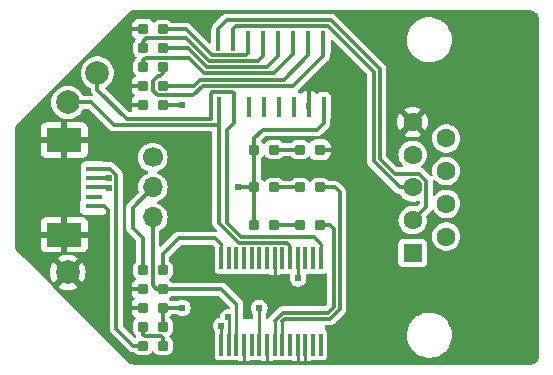
<source format=gtl>
G04 #@! TF.GenerationSoftware,KiCad,Pcbnew,7.0.1*
G04 #@! TF.CreationDate,2023-03-20T20:32:02+09:00*
G04 #@! TF.ProjectId,usbRS232C,75736252-5332-4333-9243-2e6b69636164,V1.0*
G04 #@! TF.SameCoordinates,Original*
G04 #@! TF.FileFunction,Copper,L1,Top*
G04 #@! TF.FilePolarity,Positive*
%FSLAX46Y46*%
G04 Gerber Fmt 4.6, Leading zero omitted, Abs format (unit mm)*
G04 Created by KiCad (PCBNEW 7.0.1) date 2023-03-20 20:32:02*
%MOMM*%
%LPD*%
G01*
G04 APERTURE LIST*
G04 Aperture macros list*
%AMRoundRect*
0 Rectangle with rounded corners*
0 $1 Rounding radius*
0 $2 $3 $4 $5 $6 $7 $8 $9 X,Y pos of 4 corners*
0 Add a 4 corners polygon primitive as box body*
4,1,4,$2,$3,$4,$5,$6,$7,$8,$9,$2,$3,0*
0 Add four circle primitives for the rounded corners*
1,1,$1+$1,$2,$3*
1,1,$1+$1,$4,$5*
1,1,$1+$1,$6,$7*
1,1,$1+$1,$8,$9*
0 Add four rect primitives between the rounded corners*
20,1,$1+$1,$2,$3,$4,$5,0*
20,1,$1+$1,$4,$5,$6,$7,0*
20,1,$1+$1,$6,$7,$8,$9,0*
20,1,$1+$1,$8,$9,$2,$3,0*%
G04 Aperture macros list end*
G04 #@! TA.AperFunction,ComponentPad*
%ADD10C,1.700000*%
G04 #@! TD*
G04 #@! TA.AperFunction,ComponentPad*
%ADD11O,1.700000X1.700000*%
G04 #@! TD*
G04 #@! TA.AperFunction,ComponentPad*
%ADD12C,2.000000*%
G04 #@! TD*
G04 #@! TA.AperFunction,SMDPad,CuDef*
%ADD13RoundRect,0.200000X0.250000X0.200000X-0.250000X0.200000X-0.250000X-0.200000X0.250000X-0.200000X0*%
G04 #@! TD*
G04 #@! TA.AperFunction,SMDPad,CuDef*
%ADD14R,0.300000X1.900000*%
G04 #@! TD*
G04 #@! TA.AperFunction,SMDPad,CuDef*
%ADD15R,1.400000X0.400000*%
G04 #@! TD*
G04 #@! TA.AperFunction,ComponentPad*
%ADD16R,3.000000X2.000000*%
G04 #@! TD*
G04 #@! TA.AperFunction,ComponentPad*
%ADD17R,1.600000X1.600000*%
G04 #@! TD*
G04 #@! TA.AperFunction,ComponentPad*
%ADD18C,1.600000*%
G04 #@! TD*
G04 #@! TA.AperFunction,SMDPad,CuDef*
%ADD19R,0.450000X1.700000*%
G04 #@! TD*
G04 #@! TA.AperFunction,ViaPad*
%ADD20C,0.609600*%
G04 #@! TD*
G04 #@! TA.AperFunction,Conductor*
%ADD21C,0.304800*%
G04 #@! TD*
G04 #@! TA.AperFunction,Conductor*
%ADD22C,0.254000*%
G04 #@! TD*
G04 APERTURE END LIST*
D10*
X-10000000Y2540000D03*
D11*
X-10000000Y0D03*
X-10000000Y-2540000D03*
D12*
X-17200000Y-7200000D03*
D13*
X-9150000Y8600000D03*
X-10850000Y8600000D03*
D14*
X4225000Y-6000000D03*
X3575000Y-6000000D03*
X2925000Y-6000000D03*
X2275000Y-6000000D03*
X1625000Y-6000000D03*
X975000Y-6000000D03*
X325000Y-6000000D03*
X-325000Y-6000000D03*
X-975000Y-6000000D03*
X-1625000Y-6000000D03*
X-2275000Y-6000000D03*
X-2925000Y-6000000D03*
X-3575000Y-6000000D03*
X-4225000Y-6000000D03*
X-4225000Y-13300000D03*
X-3575000Y-13300000D03*
X-2925000Y-13300000D03*
X-2275000Y-13300000D03*
X-1625000Y-13300000D03*
X-975000Y-13300000D03*
X-325000Y-13300000D03*
X325000Y-13300000D03*
X975000Y-13300000D03*
X1625000Y-13300000D03*
X2275000Y-13300000D03*
X2925000Y-13300000D03*
X3575000Y-13300000D03*
X4225000Y-13300000D03*
D13*
X-9150000Y11800000D03*
X-10850000Y11800000D03*
X4150000Y3200000D03*
X2450000Y3200000D03*
D15*
X-15000000Y1600000D03*
X-15000000Y800000D03*
X-15000000Y0D03*
X-15000000Y-800000D03*
X-15000000Y-1600000D03*
D16*
X-17500000Y4000000D03*
X-17500000Y-4000000D03*
D13*
X300000Y0D03*
X-1400000Y0D03*
X-9150000Y-10200000D03*
X-10850000Y-10200000D03*
D17*
X12000000Y-5540000D03*
D18*
X12000000Y-2770000D03*
X12000000Y0D03*
X12000000Y2770000D03*
X12000000Y5540000D03*
X14840000Y-4155000D03*
X14840000Y-1385000D03*
X14840000Y1385000D03*
X14840000Y4155000D03*
D13*
X-9150000Y-13400000D03*
X-10850000Y-13400000D03*
X-9150000Y-8600000D03*
X-10850000Y-8600000D03*
X300000Y-3200000D03*
X-1400000Y-3200000D03*
D12*
X-17200000Y7200000D03*
D13*
X4150000Y0D03*
X2450000Y0D03*
X-9150000Y10200000D03*
X-10850000Y10200000D03*
X-9150000Y-7000000D03*
X-10850000Y-7000000D03*
D12*
X-14700000Y9700000D03*
D13*
X-9150000Y13400000D03*
X-10850000Y13400000D03*
D19*
X4445000Y12425000D03*
X3175000Y12425000D03*
X1905000Y12425000D03*
X635000Y12425000D03*
X-635000Y12425000D03*
X-1905000Y12425000D03*
X-3175000Y12425000D03*
X-4445000Y12425000D03*
X-4420000Y6825000D03*
X-3150000Y6825000D03*
X-1880000Y6825000D03*
X-610000Y6825000D03*
X660000Y6825000D03*
X1930000Y6825000D03*
X3200000Y6825000D03*
X4470000Y6825000D03*
D13*
X300000Y3200000D03*
X-1400000Y3200000D03*
X4150000Y-3200000D03*
X2450000Y-3200000D03*
X-9150000Y-11800000D03*
X-10850000Y-11800000D03*
X-9150000Y7000000D03*
X-10850000Y7000000D03*
D20*
X4000000Y-9000000D03*
X15000000Y-10000000D03*
X15000000Y10000000D03*
X-7000000Y-5500000D03*
X1400000Y1600000D03*
X-6000000Y-13500000D03*
X-7000000Y-2500000D03*
X4400000Y9400000D03*
X-12700000Y8100000D03*
X-7500000Y-10200000D03*
X-1000000Y-10200000D03*
X-2800000Y0D03*
X-7500000Y7000000D03*
X2300000Y-7700000D03*
X-13750000Y800000D03*
X-3600000Y-11000000D03*
X-4200000Y-11700000D03*
X-13750000Y-12303D03*
D21*
X-13800000Y-1900000D02*
X-13800000Y-2250000D01*
X-10850000Y8600000D02*
X-12100000Y8600000D01*
X4150000Y3200000D02*
X5350000Y3200000D01*
D22*
X-325000Y-13300000D02*
X-325000Y-14750000D01*
X-4725000Y-14750000D02*
X-2275000Y-14750000D01*
D21*
X-14100000Y-1600000D02*
X-13800000Y-1900000D01*
D22*
X2275000Y-13300000D02*
X2275000Y-14750000D01*
X-2275000Y-13300000D02*
X-2275000Y-14750000D01*
X-2275000Y-14750000D02*
X4825000Y-14750000D01*
D21*
X-10850000Y13400000D02*
X-12100000Y13400000D01*
X-10850000Y-8600000D02*
X-12025000Y-8600000D01*
X-15000000Y-1600000D02*
X-14100000Y-1600000D01*
X3200000Y6825000D02*
X3200000Y8450000D01*
X-10850000Y7000000D02*
X-12100000Y7000000D01*
D22*
X2925000Y-13300000D02*
X2925000Y-14750000D01*
X325000Y-6000000D02*
X325000Y-7500000D01*
D21*
X-10850000Y-10200000D02*
X-12025000Y-10200000D01*
D22*
X-2925000Y-13300000D02*
X-2925000Y-9875000D01*
D21*
X-9150000Y-8600000D02*
X-9700000Y-8600000D01*
X-4200000Y-8600000D02*
X-2925000Y-9875000D01*
X-9700000Y-8600000D02*
X-10000000Y-8300000D01*
X-9150000Y-8600000D02*
X-4200000Y-8600000D01*
X-10000000Y-8300000D02*
X-10000000Y-2540000D01*
D22*
X-975000Y-10225000D02*
X-1000000Y-10200000D01*
D21*
X-9150000Y-11800000D02*
X-9150000Y-10200000D01*
X-9150000Y-10200000D02*
X-7500000Y-10200000D01*
D22*
X-975000Y-13300000D02*
X-975000Y-10225000D01*
D21*
X-9585737Y9400000D02*
X-9955600Y9030137D01*
X-9585737Y7800000D02*
X-6581580Y7800000D01*
X-6581580Y7800000D02*
X-5789580Y8592000D01*
X-9400000Y9400000D02*
X-9585737Y9400000D01*
X-5789580Y8592000D02*
X1892000Y8592000D01*
X1892000Y8592000D02*
X4445000Y11145000D01*
X-9955600Y9030137D02*
X-9955600Y8169863D01*
X-9150000Y10200000D02*
X-9150000Y9650000D01*
X-9955600Y8169863D02*
X-9585737Y7800000D01*
X-9150000Y9650000D02*
X-9400000Y9400000D01*
X4445000Y11145000D02*
X4445000Y12425000D01*
X276000Y9676000D02*
X1905000Y11305000D01*
X-10850000Y10750000D02*
X-10600000Y11000000D01*
X-10850000Y10200000D02*
X-10850000Y10750000D01*
X1905000Y11305000D02*
X1905000Y12425000D01*
X-10600000Y11000000D02*
X-6961460Y11000000D01*
X-6961460Y11000000D02*
X-5637460Y9676000D01*
X-5637460Y9676000D02*
X276000Y9676000D01*
X-316000Y10184000D02*
X635000Y11135000D01*
X-7043040Y11800000D02*
X-5427040Y10184000D01*
X-5427040Y10184000D02*
X-316000Y10184000D01*
X-9150000Y11800000D02*
X-7043040Y11800000D01*
X635000Y11135000D02*
X635000Y12425000D01*
X-7169020Y12644400D02*
X-5216620Y10692000D01*
X-10850000Y12350000D02*
X-10555600Y12644400D01*
X-5216620Y10692000D02*
X-1108000Y10692000D01*
X-10850000Y11800000D02*
X-10850000Y12350000D01*
X-1108000Y10692000D02*
X-635000Y11165000D01*
X-10555600Y12644400D02*
X-7169020Y12644400D01*
X-635000Y11165000D02*
X-635000Y12425000D01*
X-10850000Y-4250000D02*
X-11700000Y-3400000D01*
X-9150000Y7000000D02*
X-7500000Y7000000D01*
X-11700000Y-1700000D02*
X-10000000Y0D01*
X-1400000Y0D02*
X-2800000Y0D01*
X-700000Y4900000D02*
X-1400000Y4200000D01*
X4470000Y6825000D02*
X4470000Y5470000D01*
X3900000Y4900000D02*
X-700000Y4900000D01*
X-11700000Y-3400000D02*
X-11700000Y-1700000D01*
X-1400000Y4200000D02*
X-1400000Y3200000D01*
X-10850000Y-7000000D02*
X-10850000Y-4250000D01*
D22*
X2275000Y-7675000D02*
X2300000Y-7700000D01*
X2275000Y-6000000D02*
X2275000Y-7675000D01*
D21*
X-1400000Y3200000D02*
X-1400000Y-3200000D01*
X4470000Y5470000D02*
X3900000Y4900000D01*
X-6000000Y9100000D02*
X1100000Y9100000D01*
X-6500000Y8600000D02*
X-6000000Y9100000D01*
X3175000Y11175000D02*
X3175000Y12425000D01*
X1100000Y9100000D02*
X3175000Y11175000D01*
X-9150000Y8600000D02*
X-6500000Y8600000D01*
X-7206200Y13400000D02*
X-5006200Y11200000D01*
X-2100000Y11200000D02*
X-1905000Y11395000D01*
X-1905000Y11395000D02*
X-1905000Y12425000D01*
X-5006200Y11200000D02*
X-2100000Y11200000D01*
X-9150000Y13400000D02*
X-7206200Y13400000D01*
X300000Y3200000D02*
X2450000Y3200000D01*
X5400000Y0D02*
X4150000Y0D01*
X5808000Y-408000D02*
X5400000Y0D01*
X1210420Y-11108000D02*
X5010420Y-11108000D01*
D22*
X975000Y-13300000D02*
X975000Y-11343420D01*
D21*
X975000Y-11343420D02*
X1210420Y-11108000D01*
X5010420Y-11108000D02*
X5808000Y-10310420D01*
X5808000Y-10310420D02*
X5808000Y-408000D01*
X300000Y0D02*
X2450000Y0D01*
X5300000Y-10100000D02*
X4800000Y-10600000D01*
X4800000Y-10600000D02*
X1000000Y-10600000D01*
X5300000Y-3500000D02*
X5300000Y-10100000D01*
D22*
X325000Y-13300000D02*
X325000Y-11275000D01*
D21*
X1000000Y-10600000D02*
X325000Y-11275000D01*
X4150000Y-3200000D02*
X5000000Y-3200000D01*
X5000000Y-3200000D02*
X5300000Y-3500000D01*
X2450000Y-3200000D02*
X300000Y-3200000D01*
X-9150000Y-13400000D02*
X-9150000Y-12750000D01*
X-10700000Y-12600000D02*
X-9300000Y-12600000D01*
X-10850000Y-12450000D02*
X-10700000Y-12600000D01*
X-9150000Y-12750000D02*
X-9300000Y-12600000D01*
X-10850000Y-11800000D02*
X-10850000Y-12450000D01*
X-11650000Y-13400000D02*
X-10850000Y-13400000D01*
X-13100000Y-11950000D02*
X-11650000Y-13400000D01*
X-13089600Y-10289600D02*
X-13100000Y-10300000D01*
X-13089600Y1073547D02*
X-13089600Y-10289600D01*
X-13616053Y1600000D02*
X-13089600Y1073547D01*
X-15000000Y1600000D02*
X-13616053Y1600000D01*
X-13100000Y-10300000D02*
X-13100000Y-11950000D01*
D22*
X-3565000Y-11035000D02*
X-3600000Y-11000000D01*
X-3565000Y-13290000D02*
X-3565000Y-11035000D01*
X-3575000Y-13300000D02*
X-3565000Y-13290000D01*
D21*
X-15000000Y800000D02*
X-13750000Y800000D01*
X-13762303Y0D02*
X-13750000Y-12303D01*
D22*
X-4225000Y-11725000D02*
X-4200000Y-11700000D01*
X-4225000Y-13300000D02*
X-4225000Y-11725000D01*
D21*
X-15000000Y0D02*
X-13762303Y0D01*
X5079821Y14138599D02*
X9208000Y10010420D01*
X10462820Y1155600D02*
X12544400Y1155600D01*
X9208000Y10010420D02*
X9208000Y2410420D01*
X-4445000Y12425000D02*
X-4445000Y13455000D01*
X9208000Y2410420D02*
X10462820Y1155600D01*
X12544400Y1155600D02*
X13155600Y544400D01*
X13155600Y544400D02*
X13155600Y-1614400D01*
X-3761401Y14138599D02*
X5079821Y14138599D01*
X13155600Y-1614400D02*
X12000000Y-2770000D01*
X-4445000Y13455000D02*
X-3761401Y14138599D01*
X8700000Y9800000D02*
X8700000Y2200000D01*
X10900000Y0D02*
X12000000Y0D01*
X-3175000Y12425000D02*
X-3175000Y13425000D01*
X4869400Y13630600D02*
X8700000Y9800000D01*
X8700000Y2200000D02*
X10900000Y0D01*
X-2969400Y13630600D02*
X4869400Y13630600D01*
X-3175000Y13425000D02*
X-2969400Y13630600D01*
D22*
X-4225000Y-6000000D02*
X-4225000Y-4775000D01*
D21*
X-7800000Y-4300000D02*
X-4700000Y-4300000D01*
X-9150000Y-7000000D02*
X-9150000Y-5650000D01*
X-9150000Y-5650000D02*
X-7800000Y-4300000D01*
X-4700000Y-4300000D02*
X-4225000Y-4775000D01*
X-5100000Y5800000D02*
X-12214213Y5800000D01*
X-3150000Y6825000D02*
X-3150000Y7979800D01*
X-3150000Y5450000D02*
X-3150000Y6825000D01*
X-3700000Y-3000000D02*
X-3700000Y4900000D01*
X-12214213Y5800000D02*
X-14700000Y8285787D01*
X-5100000Y7931200D02*
X-5100000Y5800000D01*
X-14700000Y8285787D02*
X-14700000Y9700000D01*
X-3254200Y8084000D02*
X-4947200Y8084000D01*
X-3700000Y4900000D02*
X-3150000Y5450000D01*
D22*
X4225000Y-6000000D02*
X4225000Y-4745200D01*
D21*
X-3150000Y7979800D02*
X-3254200Y8084000D01*
X-4947200Y8084000D02*
X-5100000Y7931200D01*
D22*
X4225000Y-4745200D02*
X3666200Y-4186400D01*
D21*
X3666200Y-4186400D02*
X-2513600Y-4186400D01*
X-2513600Y-4186400D02*
X-3700000Y-3000000D01*
X-2724021Y-4694399D02*
X-4420000Y-2998420D01*
X-4420000Y6825000D02*
X-4420000Y5670200D01*
X-4420000Y5200000D02*
X-4512000Y5292000D01*
X-4420000Y-2998420D02*
X-4420000Y5670200D01*
X-13292000Y5292000D02*
X-15200000Y7200000D01*
X-4420000Y5670200D02*
X-4420000Y5200000D01*
X-4512000Y5292000D02*
X-13292000Y5292000D01*
X1394400Y-4694400D02*
X-2724021Y-4694399D01*
X-15200000Y7200000D02*
X-17200000Y7200000D01*
D22*
X1625000Y-6000000D02*
X1625000Y-4925000D01*
X1625000Y-4925000D02*
X1394400Y-4694400D01*
G04 #@! TA.AperFunction,Conductor*
G36*
X-4932140Y-4860436D02*
G01*
X-4900021Y-4881896D01*
X-4804493Y-4977423D01*
X-4783035Y-5009538D01*
X-4775499Y-5047419D01*
X-4775499Y-6226688D01*
X-4775499Y-6981521D01*
X-4760647Y-7075303D01*
X-4760646Y-7075304D01*
X-4703050Y-7188342D01*
X-4613342Y-7278050D01*
X-4500304Y-7335646D01*
X-4406519Y-7350500D01*
X-4043482Y-7350499D01*
X-4043480Y-7350499D01*
X-3980957Y-7340596D01*
X-3949696Y-7335646D01*
X-3944945Y-7333225D01*
X-3900000Y-7322434D01*
X-3855054Y-7333225D01*
X-3850304Y-7335646D01*
X-3756519Y-7350500D01*
X-3393482Y-7350499D01*
X-3393480Y-7350499D01*
X-3330957Y-7340596D01*
X-3299696Y-7335646D01*
X-3294945Y-7333225D01*
X-3250000Y-7322434D01*
X-3205054Y-7333225D01*
X-3200304Y-7335646D01*
X-3106519Y-7350500D01*
X-2743482Y-7350499D01*
X-2743480Y-7350499D01*
X-2680957Y-7340596D01*
X-2649696Y-7335646D01*
X-2644945Y-7333225D01*
X-2600000Y-7322434D01*
X-2555054Y-7333225D01*
X-2550304Y-7335646D01*
X-2456519Y-7350500D01*
X-2093482Y-7350499D01*
X-2093480Y-7350499D01*
X-2030957Y-7340596D01*
X-1999696Y-7335646D01*
X-1994945Y-7333225D01*
X-1950000Y-7322434D01*
X-1905054Y-7333225D01*
X-1900304Y-7335646D01*
X-1806519Y-7350500D01*
X-1443482Y-7350499D01*
X-1443480Y-7350499D01*
X-1380957Y-7340596D01*
X-1349696Y-7335646D01*
X-1344945Y-7333225D01*
X-1300000Y-7322434D01*
X-1255054Y-7333225D01*
X-1250304Y-7335646D01*
X-1156519Y-7350500D01*
X-793482Y-7350499D01*
X-793480Y-7350499D01*
X-730957Y-7340596D01*
X-699696Y-7335646D01*
X-694945Y-7333225D01*
X-650000Y-7322434D01*
X-605054Y-7333225D01*
X-600304Y-7335646D01*
X-506519Y-7350500D01*
X-157284Y-7350499D01*
X-126020Y-7355565D01*
X-97955Y-7370246D01*
X-67087Y-7393354D01*
X67623Y-7443598D01*
X127174Y-7450000D01*
X174999Y-7450000D01*
X175000Y-7449999D01*
X175000Y-7449000D01*
X188263Y-7399500D01*
X224500Y-7363263D01*
X274000Y-7350000D01*
X376000Y-7350000D01*
X425500Y-7363263D01*
X461737Y-7399500D01*
X475000Y-7449000D01*
X475000Y-7449999D01*
X475001Y-7450000D01*
X522826Y-7450000D01*
X582376Y-7443598D01*
X717088Y-7393353D01*
X747950Y-7370248D01*
X776016Y-7355566D01*
X807276Y-7350499D01*
X1156518Y-7350499D01*
X1156520Y-7350499D01*
X1203411Y-7343072D01*
X1250304Y-7335646D01*
X1255054Y-7333225D01*
X1300000Y-7322434D01*
X1344945Y-7333225D01*
X1349696Y-7335646D01*
X1443481Y-7350500D01*
X1534804Y-7350499D01*
X1580810Y-7361838D01*
X1616278Y-7393260D01*
X1633081Y-7437565D01*
X1627370Y-7484604D01*
X1610165Y-7529971D01*
X1589519Y-7700000D01*
X1610164Y-7870026D01*
X1670901Y-8030178D01*
X1768197Y-8171134D01*
X1896402Y-8284715D01*
X1973160Y-8325000D01*
X2048060Y-8364310D01*
X2214361Y-8405300D01*
X2385639Y-8405300D01*
X2551940Y-8364310D01*
X2703599Y-8284714D01*
X2831802Y-8171135D01*
X2929099Y-8030177D01*
X2989835Y-7870029D01*
X3010480Y-7700000D01*
X2989835Y-7529971D01*
X2972628Y-7484601D01*
X2966918Y-7437566D01*
X2983721Y-7393261D01*
X3019188Y-7361839D01*
X3065196Y-7350499D01*
X3106520Y-7350499D01*
X3153411Y-7343072D01*
X3200304Y-7335646D01*
X3205052Y-7333226D01*
X3249997Y-7322434D01*
X3294944Y-7333224D01*
X3299696Y-7335646D01*
X3393481Y-7350500D01*
X3756518Y-7350499D01*
X3756519Y-7350499D01*
X3787780Y-7345547D01*
X3850304Y-7335646D01*
X3855052Y-7333226D01*
X3899997Y-7322434D01*
X3944944Y-7333224D01*
X3949696Y-7335646D01*
X4043481Y-7350500D01*
X4406518Y-7350499D01*
X4406521Y-7350499D01*
X4500303Y-7335647D01*
X4603154Y-7283241D01*
X4651986Y-7272526D01*
X4699827Y-7287038D01*
X4734477Y-7323076D01*
X4747100Y-7371450D01*
X4747100Y-9829975D01*
X4739564Y-9867861D01*
X4718103Y-9899979D01*
X4599977Y-10018104D01*
X4567859Y-10039564D01*
X4529974Y-10047100D01*
X1011117Y-10047100D01*
X1007738Y-10047042D01*
X1005120Y-10046952D01*
X942924Y-10044827D01*
X901561Y-10054907D01*
X891606Y-10056800D01*
X849425Y-10062598D01*
X830889Y-10070649D01*
X814895Y-10076027D01*
X795262Y-10080811D01*
X784936Y-10086617D01*
X758132Y-10101687D01*
X749073Y-10106186D01*
X734905Y-10112340D01*
X710020Y-10123150D01*
X694343Y-10135904D01*
X680392Y-10145398D01*
X662776Y-10155303D01*
X632663Y-10185415D01*
X625142Y-10192203D01*
X592121Y-10219068D01*
X580469Y-10235575D01*
X569595Y-10248483D01*
X-10201Y-10828282D01*
X-92701Y-10910782D01*
X-143495Y-10977764D01*
X-161472Y-11001471D01*
X-175610Y-11037320D01*
X-212005Y-11082843D01*
X-267707Y-11100000D01*
X-348500Y-11100000D01*
X-398000Y-11086737D01*
X-434237Y-11050500D01*
X-447500Y-11001000D01*
X-447500Y-10671999D01*
X-429975Y-10615760D01*
X-370901Y-10530178D01*
X-310164Y-10370026D01*
X-289519Y-10200000D01*
X-310164Y-10029973D01*
X-370901Y-9869821D01*
X-468197Y-9728865D01*
X-596402Y-9615284D01*
X-748058Y-9535690D01*
X-914361Y-9494700D01*
X-1085639Y-9494700D01*
X-1251941Y-9535690D01*
X-1403597Y-9615284D01*
X-1427313Y-9636295D01*
X-1531802Y-9728865D01*
X-1629099Y-9869823D01*
X-1689835Y-10029971D01*
X-1710480Y-10200000D01*
X-1689835Y-10370029D01*
X-1629099Y-10530177D01*
X-1565780Y-10621910D01*
X-1524974Y-10681027D01*
X-1525609Y-10681465D01*
X-1511221Y-10701023D01*
X-1502500Y-10741651D01*
X-1502500Y-11001000D01*
X-1515763Y-11050500D01*
X-1552000Y-11086737D01*
X-1601500Y-11100000D01*
X-2298500Y-11100000D01*
X-2348000Y-11086737D01*
X-2384237Y-11050500D01*
X-2397500Y-11001000D01*
X-2397500Y-10055995D01*
X-2392861Y-10026046D01*
X-2375017Y-9969825D01*
X-2369827Y-9817926D01*
X-2405813Y-9670258D01*
X-2480304Y-9537776D01*
X-3801198Y-8216880D01*
X-3803546Y-8214451D01*
X-3847791Y-8167077D01*
X-3884167Y-8144956D01*
X-3892545Y-8139254D01*
X-3926471Y-8113527D01*
X-3945266Y-8106115D01*
X-3960377Y-8098609D01*
X-3977648Y-8088107D01*
X-3999052Y-8082109D01*
X-4018652Y-8076617D01*
X-4028251Y-8073390D01*
X-4067862Y-8057770D01*
X-4074128Y-8057125D01*
X-4087966Y-8055703D01*
X-4104545Y-8052552D01*
X-4124006Y-8047100D01*
X-4166577Y-8047100D01*
X-4176700Y-8046581D01*
X-4178751Y-8046370D01*
X-4219053Y-8042226D01*
X-4234432Y-8044878D01*
X-4238965Y-8045660D01*
X-4255787Y-8047100D01*
X-8365054Y-8047100D01*
X-8408841Y-8036890D01*
X-8443597Y-8008367D01*
X-8471718Y-7971717D01*
X-8593148Y-7878541D01*
X-8627298Y-7829769D01*
X-8627298Y-7770229D01*
X-8593147Y-7721458D01*
X-8511710Y-7658969D01*
X-8471717Y-7628282D01*
X-8375464Y-7502841D01*
X-8314955Y-7356761D01*
X-8299500Y-7239361D01*
X-8299500Y-6760638D01*
X-8314955Y-6643238D01*
X-8375464Y-6497158D01*
X-8471717Y-6371717D01*
X-8558367Y-6305230D01*
X-8586890Y-6270475D01*
X-8597100Y-6226688D01*
X-8597100Y-5920026D01*
X-8589564Y-5882140D01*
X-8568104Y-5850022D01*
X-7599978Y-4881896D01*
X-7567860Y-4860436D01*
X-7529974Y-4852900D01*
X-4970025Y-4852900D01*
X-4932140Y-4860436D01*
G37*
G04 #@! TD.AperFunction*
G04 #@! TA.AperFunction,Conductor*
G36*
X-10649500Y-9913263D02*
G01*
X-10613263Y-9949500D01*
X-10600000Y-9999000D01*
X-10600000Y-10351000D01*
X-10613263Y-10400500D01*
X-10649500Y-10436737D01*
X-10699000Y-10450000D01*
X-10926000Y-10450000D01*
X-10975500Y-10436737D01*
X-11011737Y-10400500D01*
X-11025000Y-10351000D01*
X-11025000Y-9999000D01*
X-11011737Y-9949500D01*
X-10975500Y-9913263D01*
X-10926000Y-9900000D01*
X-10699000Y-9900000D01*
X-10649500Y-9913263D01*
G37*
G04 #@! TD.AperFunction*
G04 #@! TA.AperFunction,Conductor*
G36*
X-10649500Y-8363263D02*
G01*
X-10613263Y-8399500D01*
X-10600000Y-8449000D01*
X-10600000Y-8826000D01*
X-10613263Y-8875500D01*
X-10649500Y-8911737D01*
X-10699000Y-8925000D01*
X-10926000Y-8925000D01*
X-10975500Y-8911737D01*
X-11011737Y-8875500D01*
X-11025000Y-8826000D01*
X-11025000Y-8449000D01*
X-11011737Y-8399500D01*
X-10975500Y-8363263D01*
X-10926000Y-8350000D01*
X-10699000Y-8350000D01*
X-10649500Y-8363263D01*
G37*
G04 #@! TD.AperFunction*
G04 #@! TA.AperFunction,Conductor*
G36*
X375000Y-5863263D02*
G01*
X411236Y-5899500D01*
X424500Y-5949000D01*
X424501Y-6751000D01*
X411238Y-6800500D01*
X375001Y-6836736D01*
X325501Y-6850000D01*
X324500Y-6850000D01*
X275000Y-6836737D01*
X238764Y-6800500D01*
X225500Y-6751000D01*
X225500Y-6371518D01*
X225499Y-5948998D01*
X238762Y-5899500D01*
X274999Y-5863264D01*
X324499Y-5850000D01*
X325500Y-5850000D01*
X375000Y-5863263D01*
G37*
G04 #@! TD.AperFunction*
G04 #@! TA.AperFunction,Conductor*
G36*
X4350500Y3536737D02*
G01*
X4386737Y3500500D01*
X4400000Y3451000D01*
X4400000Y3450001D01*
X4421004Y3428997D01*
X4442464Y3396879D01*
X4450000Y3358993D01*
X4450000Y3041007D01*
X4442464Y3003121D01*
X4421004Y2971003D01*
X4400000Y2949999D01*
X4400000Y2949000D01*
X4386737Y2899500D01*
X4350500Y2863263D01*
X4301000Y2850000D01*
X3999000Y2850000D01*
X3949500Y2863263D01*
X3913263Y2899500D01*
X3900000Y2949000D01*
X3900000Y3451000D01*
X3913263Y3500500D01*
X3949500Y3536737D01*
X3999000Y3550000D01*
X4301000Y3550000D01*
X4350500Y3536737D01*
G37*
G04 #@! TD.AperFunction*
G04 #@! TA.AperFunction,Conductor*
G36*
X3375500Y7186737D02*
G01*
X3411737Y7150500D01*
X3425000Y7101000D01*
X3425000Y6699000D01*
X3411737Y6649500D01*
X3375500Y6613263D01*
X3326000Y6600000D01*
X3074000Y6600000D01*
X3024500Y6613263D01*
X2988263Y6649500D01*
X2975000Y6699000D01*
X2975000Y7101000D01*
X2988263Y7150500D01*
X3024500Y7186737D01*
X3074000Y7200000D01*
X3326000Y7200000D01*
X3375500Y7186737D01*
G37*
G04 #@! TD.AperFunction*
G04 #@! TA.AperFunction,Conductor*
G36*
X-10649500Y7286737D02*
G01*
X-10613263Y7250500D01*
X-10600000Y7201000D01*
X-10600000Y6849000D01*
X-10613263Y6799500D01*
X-10649500Y6763263D01*
X-10699000Y6750000D01*
X-10926000Y6750000D01*
X-10975500Y6763263D01*
X-11011737Y6799500D01*
X-11025000Y6849000D01*
X-11025000Y7201000D01*
X-11011737Y7250500D01*
X-10975500Y7286737D01*
X-10926000Y7300000D01*
X-10699000Y7300000D01*
X-10649500Y7286737D01*
G37*
G04 #@! TD.AperFunction*
G04 #@! TA.AperFunction,Conductor*
G36*
X-10649500Y8836737D02*
G01*
X-10613263Y8800500D01*
X-10600000Y8751000D01*
X-10600000Y8374000D01*
X-10613263Y8324500D01*
X-10649500Y8288263D01*
X-10699000Y8275000D01*
X-10926000Y8275000D01*
X-10975500Y8288263D01*
X-11011737Y8324500D01*
X-11025000Y8374000D01*
X-11025000Y8751000D01*
X-11011737Y8800500D01*
X-10975500Y8836737D01*
X-10926000Y8850000D01*
X-10699000Y8850000D01*
X-10649500Y8836737D01*
G37*
G04 #@! TD.AperFunction*
G04 #@! TA.AperFunction,Conductor*
G36*
X-10649500Y13736737D02*
G01*
X-10613263Y13700500D01*
X-10600000Y13651000D01*
X-10600000Y13282719D01*
X-10611099Y13237173D01*
X-10641908Y13201839D01*
X-10685519Y13184641D01*
X-10693330Y13183567D01*
X-10706173Y13181802D01*
X-10724714Y13173747D01*
X-10740696Y13168372D01*
X-10760341Y13163586D01*
X-10760915Y13163263D01*
X-10761908Y13162705D01*
X-10810428Y13150000D01*
X-10926000Y13150000D01*
X-10975500Y13163263D01*
X-11011737Y13199500D01*
X-11025000Y13249000D01*
X-11025000Y13651000D01*
X-11011737Y13700500D01*
X-10975500Y13736737D01*
X-10926000Y13750000D01*
X-10699000Y13750000D01*
X-10649500Y13736737D01*
G37*
G04 #@! TD.AperFunction*
G04 #@! TA.AperFunction,Conductor*
G36*
X22004843Y14994223D02*
G01*
X22125822Y14982308D01*
X22144858Y14978522D01*
X22256522Y14944648D01*
X22274451Y14937221D01*
X22377354Y14882219D01*
X22393492Y14871436D01*
X22483690Y14797411D01*
X22497411Y14783690D01*
X22571436Y14693492D01*
X22582219Y14677354D01*
X22637221Y14574451D01*
X22644648Y14556522D01*
X22678522Y14444858D01*
X22682308Y14425822D01*
X22694223Y14304843D01*
X22694700Y14295140D01*
X22694700Y-14295140D01*
X22694223Y-14304843D01*
X22682308Y-14425822D01*
X22678522Y-14444858D01*
X22644648Y-14556522D01*
X22637221Y-14574451D01*
X22582219Y-14677354D01*
X22571436Y-14693492D01*
X22497411Y-14783690D01*
X22483690Y-14797411D01*
X22393492Y-14871436D01*
X22377354Y-14882219D01*
X22274451Y-14937221D01*
X22256522Y-14944648D01*
X22144858Y-14978522D01*
X22125822Y-14982308D01*
X22004843Y-14994223D01*
X21995140Y-14994700D01*
X-11596016Y-14994700D01*
X-11603968Y-14994380D01*
X-11703325Y-14986371D01*
X-11719031Y-14983822D01*
X-11729067Y-14981352D01*
X-11740565Y-14978522D01*
X-11811931Y-14960957D01*
X-11827022Y-14955927D01*
X-11915070Y-14918475D01*
X-11929164Y-14911090D01*
X-11995705Y-14869087D01*
X-12012864Y-14855375D01*
X-18444629Y-8423610D01*
X-18070056Y-8423610D01*
X-18023232Y-8460055D01*
X-17804609Y-8578367D01*
X-17569491Y-8659083D01*
X-17324292Y-8700000D01*
X-17075708Y-8700000D01*
X-16830508Y-8659083D01*
X-16595390Y-8578367D01*
X-16376767Y-8460055D01*
X-16329942Y-8423610D01*
X-17200000Y-7553553D01*
X-18070056Y-8423610D01*
X-18444629Y-8423610D01*
X-19668239Y-7200000D01*
X-18705140Y-7200000D01*
X-18684612Y-7447736D01*
X-18623588Y-7688716D01*
X-18523729Y-7916371D01*
X-18423435Y-8069881D01*
X-17553553Y-7199999D01*
X-16846445Y-7199999D01*
X-15976563Y-8069881D01*
X-15876270Y-7916371D01*
X-15776411Y-7688716D01*
X-15715387Y-7447736D01*
X-15694859Y-7200000D01*
X-15715387Y-6952263D01*
X-15776411Y-6711283D01*
X-15876268Y-6483632D01*
X-15976564Y-6330118D01*
X-16846445Y-7199999D01*
X-17553553Y-7199999D01*
X-18423435Y-6330117D01*
X-18523729Y-6483628D01*
X-18623588Y-6711283D01*
X-18684612Y-6952263D01*
X-18705140Y-7200000D01*
X-19668239Y-7200000D01*
X-20891851Y-5976388D01*
X-18070056Y-5976388D01*
X-17199999Y-6846445D01*
X-16329943Y-5976389D01*
X-16376766Y-5939946D01*
X-16595393Y-5821631D01*
X-16830508Y-5740916D01*
X-17075708Y-5700000D01*
X-17324292Y-5700000D01*
X-17569491Y-5740916D01*
X-17804609Y-5821632D01*
X-18023231Y-5939944D01*
X-18070056Y-5976388D01*
X-20891851Y-5976388D01*
X-21555372Y-5312867D01*
X-21569084Y-5295708D01*
X-21611088Y-5229166D01*
X-21618473Y-5215072D01*
X-21655926Y-5127022D01*
X-21660956Y-5111931D01*
X-21676734Y-5047826D01*
X-19500000Y-5047826D01*
X-19493598Y-5107376D01*
X-19443353Y-5242089D01*
X-19357188Y-5357188D01*
X-19242089Y-5443353D01*
X-19107376Y-5493598D01*
X-19047826Y-5500000D01*
X-17750001Y-5500000D01*
X-17750000Y-5499999D01*
X-17250000Y-5499999D01*
X-17249999Y-5500000D01*
X-15952174Y-5500000D01*
X-15892623Y-5493598D01*
X-15757910Y-5443353D01*
X-15642811Y-5357188D01*
X-15556646Y-5242089D01*
X-15506401Y-5107376D01*
X-15500000Y-5047826D01*
X-15500000Y-4250001D01*
X-15500001Y-4250000D01*
X-17249999Y-4250000D01*
X-17250000Y-4250001D01*
X-17250000Y-5499999D01*
X-17750000Y-5499999D01*
X-17750000Y-4250001D01*
X-17750001Y-4250000D01*
X-19499999Y-4250000D01*
X-19500000Y-4250001D01*
X-19500000Y-5047826D01*
X-21676734Y-5047826D01*
X-21683821Y-5019031D01*
X-21686370Y-5003326D01*
X-21694380Y-4903958D01*
X-21694700Y-4896003D01*
X-21694700Y-3749999D01*
X-19500000Y-3749999D01*
X-19499999Y-3750000D01*
X-17750001Y-3750000D01*
X-17750000Y-3749999D01*
X-17250000Y-3749999D01*
X-17249999Y-3750000D01*
X-15500001Y-3750000D01*
X-15500000Y-3749999D01*
X-15500000Y-2952174D01*
X-15506401Y-2892623D01*
X-15556646Y-2757910D01*
X-15642811Y-2642811D01*
X-15757910Y-2556646D01*
X-15892623Y-2506401D01*
X-15952174Y-2500000D01*
X-17249999Y-2500000D01*
X-17250000Y-2500001D01*
X-17250000Y-3749999D01*
X-17750000Y-3749999D01*
X-17750000Y-2500001D01*
X-17750001Y-2500000D01*
X-19047826Y-2500000D01*
X-19107376Y-2506401D01*
X-19242089Y-2556646D01*
X-19357188Y-2642811D01*
X-19443353Y-2757910D01*
X-19493598Y-2892623D01*
X-19500000Y-2952174D01*
X-19500000Y-3749999D01*
X-21694700Y-3749999D01*
X-21694700Y2952174D01*
X-19500000Y2952174D01*
X-19493598Y2892623D01*
X-19443353Y2757910D01*
X-19357188Y2642811D01*
X-19242089Y2556646D01*
X-19107376Y2506401D01*
X-19047826Y2500000D01*
X-17750001Y2500000D01*
X-17750000Y2500001D01*
X-17250000Y2500001D01*
X-17249999Y2500000D01*
X-15952174Y2500000D01*
X-15892623Y2506401D01*
X-15757910Y2556646D01*
X-15642811Y2642811D01*
X-15556646Y2757910D01*
X-15506401Y2892623D01*
X-15500000Y2952174D01*
X-15500000Y3749999D01*
X-15500001Y3750000D01*
X-17249999Y3750000D01*
X-17250000Y3749999D01*
X-17250000Y2500001D01*
X-17750000Y2500001D01*
X-17750000Y3749999D01*
X-17750001Y3750000D01*
X-19499999Y3750000D01*
X-19500000Y3749999D01*
X-19500000Y2952174D01*
X-21694700Y2952174D01*
X-21694700Y4250001D01*
X-19500000Y4250001D01*
X-19499999Y4250000D01*
X-17750001Y4250000D01*
X-17750000Y4250001D01*
X-17250000Y4250001D01*
X-17249999Y4250000D01*
X-15500001Y4250000D01*
X-15500000Y4250001D01*
X-15500000Y5047826D01*
X-15506401Y5107376D01*
X-15556646Y5242089D01*
X-15642811Y5357188D01*
X-15757910Y5443353D01*
X-15892623Y5493598D01*
X-15952174Y5500000D01*
X-17249999Y5500000D01*
X-17250000Y5499999D01*
X-17250000Y4250001D01*
X-17750000Y4250001D01*
X-17750000Y5499999D01*
X-17750001Y5500000D01*
X-19047826Y5500000D01*
X-19107376Y5493598D01*
X-19242089Y5443353D01*
X-19357188Y5357188D01*
X-19443353Y5242089D01*
X-19493598Y5107376D01*
X-19500000Y5047826D01*
X-19500000Y4250001D01*
X-21694700Y4250001D01*
X-21694700Y4896016D01*
X-21694380Y4903971D01*
X-21686371Y5003326D01*
X-21683822Y5019031D01*
X-21660957Y5111931D01*
X-21655927Y5127022D01*
X-21618475Y5215070D01*
X-21611090Y5229164D01*
X-21569087Y5295705D01*
X-21555375Y5312864D01*
X-19668239Y7200000D01*
X-18605300Y7200000D01*
X-18586134Y6968695D01*
X-18529157Y6743700D01*
X-18529155Y6743696D01*
X-18529155Y6743695D01*
X-18512730Y6706250D01*
X-18435924Y6531151D01*
X-18308979Y6336847D01*
X-18151784Y6166087D01*
X-17968626Y6023530D01*
X-17764501Y5913063D01*
X-17579921Y5849697D01*
X-17544981Y5837702D01*
X-17316049Y5799500D01*
X-17083953Y5799500D01*
X-17083951Y5799500D01*
X-16931329Y5824968D01*
X-16855018Y5837702D01*
X-16635498Y5913063D01*
X-16431373Y6023530D01*
X-16248217Y6166086D01*
X-16091021Y6336846D01*
X-15964073Y6531156D01*
X-15939197Y6587868D01*
X-15902684Y6630980D01*
X-15848536Y6647100D01*
X-15470026Y6647100D01*
X-15432140Y6639564D01*
X-15400022Y6618104D01*
X-13690829Y4908911D01*
X-13688481Y4906480D01*
X-13670772Y4887519D01*
X-13644209Y4859077D01*
X-13609635Y4838051D01*
X-13607828Y4836953D01*
X-13599449Y4831250D01*
X-13565531Y4805529D01*
X-13546735Y4798117D01*
X-13531619Y4790608D01*
X-13514347Y4780105D01*
X-13473344Y4768616D01*
X-13463736Y4765385D01*
X-13424137Y4749769D01*
X-13404030Y4747701D01*
X-13387453Y4744551D01*
X-13367995Y4739100D01*
X-13367994Y4739100D01*
X-13325424Y4739100D01*
X-13315300Y4738581D01*
X-13313050Y4738349D01*
X-13272947Y4734226D01*
X-13256939Y4736986D01*
X-13253035Y4737660D01*
X-13236214Y4739100D01*
X-5071900Y4739100D01*
X-5022400Y4725837D01*
X-4986163Y4689600D01*
X-4972900Y4640100D01*
X-4972900Y-2987302D01*
X-4972957Y-2990680D01*
X-4975172Y-3055493D01*
X-4965085Y-3096884D01*
X-4963201Y-3106799D01*
X-4957402Y-3148993D01*
X-4949629Y-3166886D01*
X-4949354Y-3167520D01*
X-4943970Y-3183527D01*
X-4939187Y-3203161D01*
X-4921866Y-3233963D01*
X-4918322Y-3240267D01*
X-4913811Y-3249346D01*
X-4896850Y-3288399D01*
X-4884091Y-3304080D01*
X-4874596Y-3318031D01*
X-4864695Y-3335643D01*
X-4864694Y-3335644D01*
X-4834592Y-3365746D01*
X-4827800Y-3373271D01*
X-4800932Y-3406298D01*
X-4784422Y-3417950D01*
X-4771515Y-3428821D01*
X-4625180Y-3575156D01*
X-4597626Y-3628336D01*
X-4605781Y-3687676D01*
X-4646664Y-3731452D01*
X-4705308Y-3743639D01*
X-4719051Y-3742226D01*
X-4732282Y-3744507D01*
X-4738965Y-3745660D01*
X-4755787Y-3747100D01*
X-7788894Y-3747100D01*
X-7792275Y-3747042D01*
X-7857074Y-3744827D01*
X-7898436Y-3754907D01*
X-7908393Y-3756800D01*
X-7950574Y-3762598D01*
X-7969102Y-3770646D01*
X-7985104Y-3776027D01*
X-8004741Y-3780812D01*
X-8041849Y-3801677D01*
X-8050926Y-3806186D01*
X-8089979Y-3823150D01*
X-8105653Y-3835902D01*
X-8119607Y-3845399D01*
X-8137224Y-3855305D01*
X-8167332Y-3885413D01*
X-8174858Y-3892204D01*
X-8207878Y-3919068D01*
X-8218039Y-3933464D01*
X-8219525Y-3935569D01*
X-8230402Y-3948483D01*
X-9278096Y-4996177D01*
X-9328786Y-5023271D01*
X-9385986Y-5017637D01*
X-9430415Y-4981174D01*
X-9447100Y-4926173D01*
X-9447100Y-3725023D01*
X-9431596Y-3671830D01*
X-9389938Y-3635298D01*
X-9386082Y-3633500D01*
X-9372361Y-3627102D01*
X-9193123Y-3501598D01*
X-9038402Y-3346877D01*
X-9030536Y-3335644D01*
X-8912896Y-3167636D01*
X-8820426Y-2969334D01*
X-8763792Y-2757973D01*
X-8744722Y-2539999D01*
X-8763792Y-2322026D01*
X-8820426Y-2110665D01*
X-8912896Y-1912364D01*
X-9038399Y-1733126D01*
X-9193126Y-1578399D01*
X-9372363Y-1452896D01*
X-9572172Y-1359724D01*
X-9613829Y-1323193D01*
X-9629333Y-1270000D01*
X-9613829Y-1216807D01*
X-9572172Y-1180276D01*
X-9372363Y-1087103D01*
X-9372362Y-1087102D01*
X-9372361Y-1087102D01*
X-9193123Y-961598D01*
X-9038402Y-806877D01*
X-8912898Y-627639D01*
X-8912897Y-627638D01*
X-8912896Y-627636D01*
X-8820426Y-429334D01*
X-8763792Y-217973D01*
X-8744722Y0D01*
X-8763792Y217973D01*
X-8820426Y429334D01*
X-8912896Y627635D01*
X-8943328Y671096D01*
X-9010633Y767219D01*
X-9038399Y806873D01*
X-9038402Y806877D01*
X-9193123Y961598D01*
X-9372361Y1087102D01*
X-9372363Y1087103D01*
X-9572172Y1180276D01*
X-9613829Y1216807D01*
X-9629333Y1270000D01*
X-9613829Y1323193D01*
X-9572172Y1359724D01*
X-9372363Y1452896D01*
X-9193126Y1578399D01*
X-9038399Y1733126D01*
X-8912896Y1912363D01*
X-8820426Y2110665D01*
X-8763792Y2322026D01*
X-8744723Y2540000D01*
X-8763792Y2757973D01*
X-8820426Y2969334D01*
X-8912896Y3167635D01*
X-8930571Y3192877D01*
X-9038402Y3346877D01*
X-9193123Y3501598D01*
X-9372361Y3627102D01*
X-9505953Y3689397D01*
X-9570665Y3719573D01*
X-9570666Y3719573D01*
X-9570670Y3719575D01*
X-9782023Y3776207D01*
X-10000000Y3795277D01*
X-10217977Y3776207D01*
X-10429330Y3719575D01*
X-10627638Y3627102D01*
X-10806877Y3501598D01*
X-10961598Y3346877D01*
X-11087102Y3167638D01*
X-11179575Y2969330D01*
X-11236207Y2757977D01*
X-11255277Y2540000D01*
X-11236207Y2322023D01*
X-11179575Y2110670D01*
X-11179573Y2110666D01*
X-11179573Y2110665D01*
X-11087103Y1912363D01*
X-11087102Y1912361D01*
X-10961598Y1733123D01*
X-10806877Y1578402D01*
X-10806873Y1578399D01*
X-10627636Y1452896D01*
X-10427827Y1359723D01*
X-10386170Y1323191D01*
X-10370666Y1269999D01*
X-10386170Y1216806D01*
X-10427827Y1180274D01*
X-10429320Y1179577D01*
X-10429330Y1179575D01*
X-10627638Y1087102D01*
X-10806877Y961598D01*
X-10961598Y806877D01*
X-11087102Y627638D01*
X-11179575Y429330D01*
X-11236207Y217977D01*
X-11255277Y0D01*
X-11236207Y-217977D01*
X-11201061Y-349142D01*
X-11201061Y-400384D01*
X-11226684Y-444765D01*
X-12083102Y-1301183D01*
X-12085533Y-1303532D01*
X-12111785Y-1328050D01*
X-12132923Y-1347791D01*
X-12155049Y-1384177D01*
X-12160740Y-1392539D01*
X-12186472Y-1426471D01*
X-12186472Y-1426472D01*
X-12193884Y-1445267D01*
X-12201396Y-1460390D01*
X-12211894Y-1477652D01*
X-12223380Y-1518648D01*
X-12226610Y-1528253D01*
X-12242230Y-1567862D01*
X-12244296Y-1587970D01*
X-12247446Y-1604545D01*
X-12249082Y-1610382D01*
X-12252900Y-1624007D01*
X-12252900Y-1666577D01*
X-12253418Y-1676700D01*
X-12257773Y-1719054D01*
X-12255347Y-1733126D01*
X-12254340Y-1738963D01*
X-12252900Y-1755787D01*
X-12252900Y-3388882D01*
X-12252958Y-3392263D01*
X-12254198Y-3428574D01*
X-12255172Y-3457073D01*
X-12245085Y-3498464D01*
X-12243201Y-3508379D01*
X-12237402Y-3550573D01*
X-12229629Y-3568466D01*
X-12229354Y-3569100D01*
X-12223970Y-3585107D01*
X-12219187Y-3604741D01*
X-12202004Y-3635298D01*
X-12198322Y-3641847D01*
X-12193811Y-3650926D01*
X-12176850Y-3689979D01*
X-12164091Y-3705660D01*
X-12154596Y-3719611D01*
X-12144695Y-3737223D01*
X-12144694Y-3737224D01*
X-12114592Y-3767326D01*
X-12107800Y-3774851D01*
X-12080932Y-3807878D01*
X-12064419Y-3819533D01*
X-12051512Y-3830404D01*
X-11527567Y-4354352D01*
X-11431896Y-4450023D01*
X-11410436Y-4482140D01*
X-11402900Y-4520026D01*
X-11402900Y-6226688D01*
X-11413110Y-6270475D01*
X-11441633Y-6305230D01*
X-11528282Y-6371717D01*
X-11600091Y-6465302D01*
X-11624536Y-6497159D01*
X-11685044Y-6643238D01*
X-11700500Y-6760639D01*
X-11700499Y-7239360D01*
X-11685044Y-7356762D01*
X-11624536Y-7502841D01*
X-11528282Y-7628282D01*
X-11488287Y-7658970D01*
X-11458587Y-7696199D01*
X-11449707Y-7742991D01*
X-11463704Y-7788515D01*
X-11497339Y-7822234D01*
X-11534870Y-7844922D01*
X-11655075Y-7965127D01*
X-11743018Y-8110602D01*
X-11793590Y-8272891D01*
X-11794914Y-8287459D01*
X-11800000Y-8306250D01*
X-11800000Y-8893748D01*
X-11794914Y-8912540D01*
X-11793590Y-8927107D01*
X-11743018Y-9089397D01*
X-11655075Y-9234872D01*
X-11559952Y-9329996D01*
X-11534329Y-9374377D01*
X-11534329Y-9425623D01*
X-11559952Y-9470004D01*
X-11655075Y-9565127D01*
X-11743018Y-9710602D01*
X-11793590Y-9872891D01*
X-11794914Y-9887459D01*
X-11800000Y-9906250D01*
X-11800000Y-10493748D01*
X-11794914Y-10512540D01*
X-11793590Y-10527107D01*
X-11743018Y-10689397D01*
X-11655075Y-10834872D01*
X-11534872Y-10955075D01*
X-11497340Y-10977764D01*
X-11463705Y-11011483D01*
X-11449707Y-11057007D01*
X-11458586Y-11103798D01*
X-11488288Y-11141029D01*
X-11528282Y-11171717D01*
X-11602139Y-11267970D01*
X-11624536Y-11297159D01*
X-11685044Y-11443238D01*
X-11700500Y-11560639D01*
X-11700499Y-11870026D01*
X-11700499Y-12039361D01*
X-11698655Y-12053369D01*
X-11685044Y-12156762D01*
X-11624536Y-12302841D01*
X-11528284Y-12428279D01*
X-11528282Y-12428282D01*
X-11429536Y-12504052D01*
X-11404208Y-12532850D01*
X-11391726Y-12569111D01*
X-11387402Y-12600573D01*
X-11387397Y-12600606D01*
X-11393905Y-12651713D01*
X-11425212Y-12692630D01*
X-11441345Y-12705008D01*
X-11484420Y-12723960D01*
X-11531379Y-12720881D01*
X-11571611Y-12696467D01*
X-12518103Y-11749977D01*
X-12539564Y-11717859D01*
X-12547100Y-11679973D01*
X-12547100Y-10424187D01*
X-12546581Y-10414068D01*
X-12545303Y-10401632D01*
X-12542151Y-10385053D01*
X-12536700Y-10365597D01*
X-12536700Y-10323023D01*
X-12536181Y-10312898D01*
X-12531826Y-10270546D01*
X-12535260Y-10250637D01*
X-12536700Y-10233813D01*
X-12536700Y1062429D01*
X-12536642Y1065810D01*
X-12534427Y1130618D01*
X-12544508Y1171988D01*
X-12546400Y1181943D01*
X-12552198Y1224122D01*
X-12560246Y1242650D01*
X-12565627Y1258649D01*
X-12570413Y1278290D01*
X-12591280Y1315401D01*
X-12595790Y1324480D01*
X-12612750Y1363526D01*
X-12625506Y1379206D01*
X-12635002Y1393159D01*
X-12644904Y1410769D01*
X-12675008Y1440874D01*
X-12681800Y1448400D01*
X-12708666Y1481424D01*
X-12725173Y1493075D01*
X-12738088Y1503953D01*
X-13217234Y1983099D01*
X-13219583Y1985531D01*
X-13263841Y2032921D01*
X-13263844Y2032923D01*
X-13300230Y2055049D01*
X-13308592Y2060740D01*
X-13342524Y2086472D01*
X-13361321Y2093884D01*
X-13376443Y2101396D01*
X-13393705Y2111894D01*
X-13434701Y2123380D01*
X-13444306Y2126610D01*
X-13483915Y2142230D01*
X-13504023Y2144296D01*
X-13520598Y2147446D01*
X-13540059Y2152900D01*
X-13540060Y2152900D01*
X-13582630Y2152900D01*
X-13592753Y2153418D01*
X-13607702Y2154955D01*
X-13635106Y2157773D01*
X-13635106Y2157772D01*
X-13635107Y2157773D01*
X-13655018Y2154339D01*
X-13671840Y2152900D01*
X-14086662Y2152900D01*
X-14131606Y2163690D01*
X-14174696Y2185646D01*
X-14268481Y2200500D01*
X-15731518Y2200499D01*
X-15731521Y2200499D01*
X-15825303Y2185647D01*
X-15868393Y2163691D01*
X-15938342Y2128050D01*
X-16028050Y2038342D01*
X-16085646Y1925304D01*
X-16100500Y1831519D01*
X-16100499Y1588523D01*
X-16100499Y1368478D01*
X-16085647Y1274698D01*
X-16085646Y1274696D01*
X-16077470Y1258649D01*
X-16070487Y1244946D01*
X-16059696Y1199999D01*
X-16070485Y1155057D01*
X-16085646Y1125304D01*
X-16100500Y1031519D01*
X-16100499Y790677D01*
X-16100499Y568478D01*
X-16085647Y474697D01*
X-16070487Y444945D01*
X-16059696Y399998D01*
X-16070487Y355053D01*
X-16085646Y325304D01*
X-16100500Y231519D01*
X-16100499Y-231518D01*
X-16085646Y-325304D01*
X-16070485Y-355056D01*
X-16059696Y-399998D01*
X-16070485Y-444941D01*
X-16085646Y-474696D01*
X-16100500Y-568481D01*
X-16100499Y-1031518D01*
X-16098004Y-1047269D01*
X-16099688Y-1086551D01*
X-16116532Y-1122084D01*
X-16143354Y-1157912D01*
X-16193598Y-1292623D01*
X-16200000Y-1352174D01*
X-16200000Y-1847826D01*
X-16193598Y-1907376D01*
X-16143353Y-2042089D01*
X-16057188Y-2157188D01*
X-15942089Y-2243353D01*
X-15807376Y-2293598D01*
X-15747826Y-2300000D01*
X-15325000Y-2300000D01*
X-14650000Y-2300000D01*
X-14252174Y-2300000D01*
X-14192623Y-2293598D01*
X-14057910Y-2243353D01*
X-13942811Y-2157188D01*
X-13856646Y-2042089D01*
X-13834258Y-1982062D01*
X-13801954Y-1938261D01*
X-13751380Y-1918153D01*
X-13697819Y-1927816D01*
X-13657460Y-1964330D01*
X-13642500Y-2016659D01*
X-13642500Y-10165418D01*
X-13643017Y-10175520D01*
X-13644296Y-10187968D01*
X-13647448Y-10204550D01*
X-13652900Y-10224006D01*
X-13652900Y-10266577D01*
X-13653418Y-10276700D01*
X-13657773Y-10319054D01*
X-13654905Y-10335690D01*
X-13654340Y-10338963D01*
X-13652900Y-10355787D01*
X-13652900Y-11938882D01*
X-13652957Y-11942260D01*
X-13655172Y-12007073D01*
X-13645085Y-12048464D01*
X-13643201Y-12058379D01*
X-13637402Y-12100573D01*
X-13632587Y-12111658D01*
X-13629354Y-12119100D01*
X-13623970Y-12135107D01*
X-13619187Y-12154741D01*
X-13602205Y-12184941D01*
X-13598322Y-12191847D01*
X-13593811Y-12200926D01*
X-13576850Y-12239979D01*
X-13564091Y-12255660D01*
X-13554596Y-12269611D01*
X-13544695Y-12287223D01*
X-13544694Y-12287224D01*
X-13514592Y-12317326D01*
X-13507800Y-12324851D01*
X-13480932Y-12357878D01*
X-13464422Y-12369530D01*
X-13451515Y-12380401D01*
X-12048788Y-13783129D01*
X-12046467Y-13785532D01*
X-12002209Y-13832923D01*
X-11965827Y-13855046D01*
X-11957448Y-13860748D01*
X-11923529Y-13886472D01*
X-11904729Y-13893885D01*
X-11889615Y-13901392D01*
X-11872347Y-13911894D01*
X-11831338Y-13923383D01*
X-11821757Y-13926605D01*
X-11782138Y-13942230D01*
X-11762030Y-13944296D01*
X-11745452Y-13947447D01*
X-11725994Y-13952900D01*
X-11683423Y-13952900D01*
X-11673300Y-13953419D01*
X-11656115Y-13955185D01*
X-11630946Y-13957773D01*
X-11630945Y-13957772D01*
X-11620671Y-13958829D01*
X-11582518Y-13970878D01*
X-11552252Y-13997042D01*
X-11528282Y-14028282D01*
X-11402841Y-14124536D01*
X-11256762Y-14185044D01*
X-11139361Y-14200500D01*
X-10560640Y-14200499D01*
X-10560638Y-14200499D01*
X-10443238Y-14185044D01*
X-10397170Y-14165962D01*
X-10297159Y-14124536D01*
X-10256406Y-14093265D01*
X-10171717Y-14028282D01*
X-10078542Y-13906852D01*
X-10029770Y-13872701D01*
X-9970230Y-13872701D01*
X-9921458Y-13906851D01*
X-9828282Y-14028282D01*
X-9702841Y-14124536D01*
X-9556762Y-14185044D01*
X-9439361Y-14200500D01*
X-8860640Y-14200499D01*
X-8860638Y-14200499D01*
X-8743238Y-14185044D01*
X-8697170Y-14165962D01*
X-8597159Y-14124536D01*
X-8556406Y-14093265D01*
X-8471717Y-14028282D01*
X-8375464Y-13902841D01*
X-8314955Y-13756761D01*
X-8299500Y-13639361D01*
X-8299500Y-13160638D01*
X-8314955Y-13043238D01*
X-8375464Y-12897158D01*
X-8471717Y-12771717D01*
X-8570461Y-12695949D01*
X-8595788Y-12667153D01*
X-8608271Y-12630892D01*
X-8612601Y-12599399D01*
X-8606096Y-12548290D01*
X-8574793Y-12507374D01*
X-8471718Y-12428282D01*
X-8471716Y-12428280D01*
X-8471715Y-12428279D01*
X-8375464Y-12302841D01*
X-8314955Y-12156761D01*
X-8299500Y-12039361D01*
X-8299500Y-11560638D01*
X-8314955Y-11443238D01*
X-8375464Y-11297158D01*
X-8471717Y-11171717D01*
X-8558367Y-11105230D01*
X-8586890Y-11070475D01*
X-8597100Y-11026688D01*
X-8597100Y-10973312D01*
X-8586890Y-10929525D01*
X-8558367Y-10894770D01*
X-8471718Y-10828282D01*
X-8447975Y-10797339D01*
X-8443596Y-10791632D01*
X-8408842Y-10763110D01*
X-8365055Y-10752900D01*
X-7977056Y-10752900D01*
X-7941950Y-10759333D01*
X-7911407Y-10777798D01*
X-7903600Y-10784714D01*
X-7824003Y-10826488D01*
X-7751940Y-10864310D01*
X-7585639Y-10905300D01*
X-7414361Y-10905300D01*
X-7248060Y-10864310D01*
X-7191966Y-10834870D01*
X-7096402Y-10784715D01*
X-6968197Y-10671134D01*
X-6870901Y-10530178D01*
X-6810164Y-10370026D01*
X-6789519Y-10199999D01*
X-6810164Y-10029973D01*
X-6870901Y-9869821D01*
X-6968197Y-9728865D01*
X-7096402Y-9615284D01*
X-7248058Y-9535690D01*
X-7414361Y-9494700D01*
X-7585639Y-9494700D01*
X-7751941Y-9535690D01*
X-7903600Y-9615285D01*
X-7911407Y-9622202D01*
X-7941950Y-9640667D01*
X-7977056Y-9647100D01*
X-8365054Y-9647100D01*
X-8408841Y-9636890D01*
X-8443597Y-9608367D01*
X-8471720Y-9571715D01*
X-8593147Y-9478542D01*
X-8627298Y-9429770D01*
X-8627298Y-9370230D01*
X-8593147Y-9321458D01*
X-8471720Y-9228284D01*
X-8443597Y-9191633D01*
X-8408841Y-9163110D01*
X-8365054Y-9152900D01*
X-4470026Y-9152900D01*
X-4432140Y-9160436D01*
X-4400022Y-9181896D01*
X-3481496Y-10100422D01*
X-3460036Y-10132540D01*
X-3452500Y-10170426D01*
X-3452500Y-10195700D01*
X-3465763Y-10245200D01*
X-3502000Y-10281437D01*
X-3551500Y-10294700D01*
X-3685639Y-10294700D01*
X-3851941Y-10335690D01*
X-4003597Y-10415284D01*
X-4131802Y-10528865D01*
X-4224133Y-10662629D01*
X-4229099Y-10669823D01*
X-4289835Y-10829971D01*
X-4301923Y-10929525D01*
X-4302346Y-10933011D01*
X-4326521Y-10986727D01*
X-4376930Y-11017201D01*
X-4451942Y-11035690D01*
X-4552867Y-11088660D01*
X-4598874Y-11100000D01*
X-4600000Y-11100000D01*
X-4600000Y-11100001D01*
X-4610254Y-11110255D01*
X-4633351Y-11141644D01*
X-4731801Y-11228863D01*
X-4778943Y-11297159D01*
X-4829099Y-11369823D01*
X-4889835Y-11529971D01*
X-4910480Y-11700000D01*
X-4889835Y-11870029D01*
X-4829099Y-12030177D01*
X-4809620Y-12058397D01*
X-4770025Y-12115760D01*
X-4752500Y-12171999D01*
X-4752500Y-12184941D01*
X-4758321Y-12209187D01*
X-4758193Y-12209208D01*
X-4760645Y-12224695D01*
X-4760646Y-12224696D01*
X-4775500Y-12318481D01*
X-4775499Y-13373510D01*
X-4775499Y-14281521D01*
X-4760647Y-14375303D01*
X-4760646Y-14375304D01*
X-4703050Y-14488342D01*
X-4628993Y-14562398D01*
X-4607536Y-14594513D01*
X-4601837Y-14623161D01*
X-4600000Y-14624999D01*
X-4600000Y-14625000D01*
X-4544966Y-14625000D01*
X-4501230Y-14635499D01*
X-4500304Y-14635645D01*
X-4500304Y-14635646D01*
X-4406519Y-14650500D01*
X-4043482Y-14650499D01*
X-4043478Y-14650499D01*
X-3948765Y-14635499D01*
X-3905034Y-14625000D01*
X-3894966Y-14625000D01*
X-3851230Y-14635499D01*
X-3850304Y-14635645D01*
X-3850304Y-14635646D01*
X-3756519Y-14650500D01*
X-3393482Y-14650499D01*
X-3393478Y-14650499D01*
X-3298765Y-14635499D01*
X-3255034Y-14625000D01*
X-3244966Y-14625000D01*
X-3201230Y-14635499D01*
X-3200304Y-14635645D01*
X-3200304Y-14635646D01*
X-3106519Y-14650500D01*
X-2757284Y-14650499D01*
X-2726020Y-14655565D01*
X-2697955Y-14670246D01*
X-2667087Y-14693354D01*
X-2532376Y-14743598D01*
X-2472826Y-14750000D01*
X-2425001Y-14750000D01*
X-2425000Y-14749999D01*
X-2425000Y-14724000D01*
X-2411737Y-14674500D01*
X-2375500Y-14638263D01*
X-2326000Y-14625000D01*
X-2224000Y-14625000D01*
X-2174500Y-14638263D01*
X-2138263Y-14674500D01*
X-2125000Y-14724000D01*
X-2125000Y-14749999D01*
X-2124999Y-14750000D01*
X-2077174Y-14750000D01*
X-2017623Y-14743598D01*
X-1882912Y-14693354D01*
X-1852045Y-14670246D01*
X-1823980Y-14655565D01*
X-1792720Y-14650499D01*
X-1443482Y-14650499D01*
X-1443479Y-14650499D01*
X-1348765Y-14635499D01*
X-1305034Y-14625000D01*
X-1294966Y-14625000D01*
X-1251230Y-14635499D01*
X-1250304Y-14635645D01*
X-1250304Y-14635646D01*
X-1156519Y-14650500D01*
X-807284Y-14650499D01*
X-776020Y-14655565D01*
X-747955Y-14670246D01*
X-717087Y-14693354D01*
X-582376Y-14743598D01*
X-522826Y-14750000D01*
X-475001Y-14750000D01*
X-475000Y-14749999D01*
X-475000Y-14724000D01*
X-461737Y-14674500D01*
X-425500Y-14638263D01*
X-376000Y-14625000D01*
X-274000Y-14625000D01*
X-224500Y-14638263D01*
X-188263Y-14674500D01*
X-175000Y-14724000D01*
X-175000Y-14749999D01*
X-174999Y-14750000D01*
X-127174Y-14750000D01*
X-67623Y-14743598D01*
X67088Y-14693353D01*
X97950Y-14670248D01*
X126016Y-14655566D01*
X157276Y-14650499D01*
X506518Y-14650499D01*
X506521Y-14650499D01*
X601234Y-14635499D01*
X644966Y-14625000D01*
X655034Y-14625000D01*
X698769Y-14635499D01*
X699695Y-14635645D01*
X699696Y-14635646D01*
X793481Y-14650500D01*
X1156518Y-14650499D01*
X1156521Y-14650499D01*
X1251234Y-14635499D01*
X1294966Y-14625000D01*
X1305034Y-14625000D01*
X1348769Y-14635499D01*
X1349695Y-14635645D01*
X1349696Y-14635646D01*
X1443481Y-14650500D01*
X1792714Y-14650499D01*
X1823978Y-14655565D01*
X1852043Y-14670246D01*
X1882910Y-14693353D01*
X2017623Y-14743598D01*
X2077174Y-14750000D01*
X2124999Y-14750000D01*
X2125000Y-14749999D01*
X2125000Y-14724000D01*
X2138263Y-14674500D01*
X2174500Y-14638263D01*
X2224000Y-14625000D01*
X2326000Y-14625000D01*
X2375500Y-14638263D01*
X2411737Y-14674500D01*
X2425000Y-14724000D01*
X2425000Y-14749999D01*
X2425001Y-14750000D01*
X2472826Y-14750000D01*
X2532376Y-14743598D01*
X2565401Y-14731280D01*
X2600000Y-14725037D01*
X2634599Y-14731280D01*
X2667623Y-14743598D01*
X2727174Y-14750000D01*
X2774999Y-14750000D01*
X2775000Y-14749999D01*
X2775000Y-14724000D01*
X2788263Y-14674500D01*
X2824500Y-14638263D01*
X2874000Y-14625000D01*
X2976000Y-14625000D01*
X3025500Y-14638263D01*
X3061737Y-14674500D01*
X3075000Y-14724000D01*
X3075000Y-14749999D01*
X3075001Y-14750000D01*
X3122826Y-14750000D01*
X3182376Y-14743598D01*
X3317088Y-14693353D01*
X3347950Y-14670248D01*
X3376016Y-14655566D01*
X3407276Y-14650499D01*
X3756518Y-14650499D01*
X3756521Y-14650499D01*
X3851234Y-14635499D01*
X3894966Y-14625000D01*
X3905034Y-14625000D01*
X3948769Y-14635499D01*
X3949695Y-14635645D01*
X3949696Y-14635646D01*
X4043481Y-14650500D01*
X4406518Y-14650499D01*
X4406521Y-14650499D01*
X4501234Y-14635499D01*
X4544966Y-14625000D01*
X4549999Y-14625000D01*
X4550000Y-14625000D01*
X4550000Y-14624999D01*
X4568832Y-14606167D01*
X4593889Y-14587961D01*
X4613342Y-14578050D01*
X4703050Y-14488342D01*
X4760646Y-14375304D01*
X4775500Y-14281519D01*
X4775499Y-12569772D01*
X11510878Y-12569772D01*
X11541381Y-12846995D01*
X11611926Y-13116833D01*
X11721002Y-13373510D01*
X11866297Y-13611584D01*
X12009033Y-13783100D01*
X12044699Y-13825957D01*
X12052474Y-13832923D01*
X12252414Y-14012071D01*
X12485021Y-14165962D01*
X12737541Y-14284338D01*
X12737542Y-14284338D01*
X12737548Y-14284341D01*
X13004622Y-14364691D01*
X13280550Y-14405300D01*
X13489627Y-14405300D01*
X13489628Y-14405300D01*
X13698156Y-14390038D01*
X13970383Y-14329396D01*
X14230880Y-14229765D01*
X14474095Y-14093266D01*
X14694843Y-13922810D01*
X14705368Y-13911893D01*
X14888417Y-13722033D01*
X14947564Y-13639361D01*
X15050701Y-13495202D01*
X15178226Y-13247165D01*
X15268277Y-12983203D01*
X15318935Y-12708942D01*
X15329121Y-12430228D01*
X15298618Y-12153002D01*
X15228075Y-11883171D01*
X15118996Y-11626486D01*
X14973705Y-11388419D01*
X14958229Y-11369823D01*
X14795302Y-11174044D01*
X14587585Y-10987928D01*
X14354978Y-10834037D01*
X14102458Y-10715661D01*
X14102453Y-10715659D01*
X14102452Y-10715659D01*
X13835378Y-10635309D01*
X13835376Y-10635308D01*
X13835374Y-10635308D01*
X13632161Y-10605401D01*
X13559450Y-10594700D01*
X13350372Y-10594700D01*
X13308666Y-10597752D01*
X13141840Y-10609962D01*
X12869622Y-10670602D01*
X12609116Y-10770236D01*
X12365904Y-10906734D01*
X12145155Y-11077190D01*
X11951582Y-11277966D01*
X11789298Y-11504798D01*
X11661774Y-11752833D01*
X11621794Y-11870026D01*
X11575041Y-12007073D01*
X11571722Y-12016801D01*
X11521065Y-12291055D01*
X11510878Y-12569772D01*
X4775499Y-12569772D01*
X4775499Y-12318482D01*
X4775499Y-12318480D01*
X4775499Y-12318478D01*
X4760647Y-12224696D01*
X4703051Y-12111660D01*
X4703050Y-12111658D01*
X4613342Y-12021950D01*
X4613339Y-12021948D01*
X4604054Y-12017217D01*
X4564588Y-11980735D01*
X4550000Y-11929008D01*
X4550000Y-11759900D01*
X4563263Y-11710400D01*
X4599500Y-11674163D01*
X4649000Y-11660900D01*
X4999302Y-11660900D01*
X5002680Y-11660957D01*
X5017124Y-11661451D01*
X5067489Y-11663172D01*
X5067489Y-11663171D01*
X5067493Y-11663172D01*
X5108884Y-11653085D01*
X5118799Y-11651201D01*
X5160993Y-11645402D01*
X5179519Y-11637354D01*
X5195527Y-11631970D01*
X5215161Y-11627187D01*
X5252265Y-11606322D01*
X5261346Y-11601811D01*
X5300399Y-11584850D01*
X5316080Y-11572091D01*
X5330031Y-11562596D01*
X5347643Y-11552695D01*
X5377746Y-11522591D01*
X5385260Y-11515809D01*
X5418298Y-11488932D01*
X5429954Y-11472417D01*
X5440818Y-11459518D01*
X6191114Y-10709222D01*
X6193518Y-10706901D01*
X6204018Y-10697095D01*
X6240923Y-10662629D01*
X6263049Y-10626242D01*
X6268750Y-10617867D01*
X6270348Y-10615760D01*
X6294471Y-10583950D01*
X6301883Y-10565151D01*
X6309390Y-10550038D01*
X6319894Y-10532767D01*
X6331382Y-10491761D01*
X6334610Y-10482163D01*
X6337435Y-10475000D01*
X6350230Y-10442558D01*
X6352296Y-10422452D01*
X6355446Y-10405876D01*
X6360900Y-10386414D01*
X6360900Y-10343844D01*
X6361419Y-10333719D01*
X6365773Y-10291367D01*
X6362340Y-10271458D01*
X6360900Y-10254634D01*
X6360900Y-6371521D01*
X10799500Y-6371521D01*
X10814352Y-6465303D01*
X10871948Y-6578339D01*
X10871950Y-6578342D01*
X10961658Y-6668050D01*
X11074696Y-6725646D01*
X11168481Y-6740500D01*
X12831518Y-6740499D01*
X12831521Y-6740499D01*
X12925303Y-6725647D01*
X12979707Y-6697925D01*
X13038342Y-6668050D01*
X13128050Y-6578342D01*
X13185646Y-6465304D01*
X13200500Y-6371519D01*
X13200499Y-4708482D01*
X13200499Y-4708480D01*
X13200499Y-4708478D01*
X13185647Y-4614696D01*
X13128051Y-4501660D01*
X13128050Y-4501658D01*
X13038342Y-4411950D01*
X12925304Y-4354354D01*
X12925303Y-4354353D01*
X12925302Y-4354353D01*
X12831519Y-4339500D01*
X11168478Y-4339500D01*
X11074696Y-4354352D01*
X10961660Y-4411948D01*
X10871949Y-4501659D01*
X10814353Y-4614697D01*
X10799500Y-4708480D01*
X10799500Y-6371521D01*
X6360900Y-6371521D01*
X6360900Y-4155000D01*
X13634357Y-4155000D01*
X13654885Y-4376536D01*
X13711764Y-4576446D01*
X13715772Y-4590530D01*
X13814940Y-4789686D01*
X13814941Y-4789687D01*
X13814942Y-4789689D01*
X13949019Y-4967236D01*
X14113438Y-5117124D01*
X14302599Y-5234247D01*
X14510060Y-5314618D01*
X14510063Y-5314619D01*
X14728755Y-5355500D01*
X14728757Y-5355500D01*
X14951243Y-5355500D01*
X14951245Y-5355500D01*
X15169936Y-5314619D01*
X15169937Y-5314618D01*
X15169940Y-5314618D01*
X15377401Y-5234247D01*
X15566562Y-5117124D01*
X15730981Y-4967236D01*
X15865058Y-4789689D01*
X15964229Y-4590528D01*
X16025115Y-4376536D01*
X16045643Y-4155000D01*
X16025115Y-3933464D01*
X15964229Y-3719472D01*
X15865058Y-3520311D01*
X15730981Y-3342764D01*
X15566562Y-3192876D01*
X15377401Y-3075753D01*
X15377399Y-3075752D01*
X15169936Y-2995380D01*
X14951245Y-2954500D01*
X14951243Y-2954500D01*
X14728757Y-2954500D01*
X14728755Y-2954500D01*
X14510063Y-2995380D01*
X14302600Y-3075752D01*
X14113436Y-3192877D01*
X13949020Y-3342763D01*
X13814940Y-3520313D01*
X13715772Y-3719469D01*
X13715771Y-3719472D01*
X13654885Y-3933464D01*
X13634357Y-4155000D01*
X6360900Y-4155000D01*
X6360900Y-419117D01*
X6360958Y-415737D01*
X6363172Y-350927D01*
X6353090Y-309557D01*
X6351197Y-299595D01*
X6345402Y-257427D01*
X6337351Y-238893D01*
X6331971Y-222894D01*
X6330772Y-217973D01*
X6327187Y-203259D01*
X6306319Y-166146D01*
X6301811Y-157070D01*
X6284850Y-118022D01*
X6284850Y-118021D01*
X6272089Y-102336D01*
X6262603Y-88398D01*
X6252695Y-70776D01*
X6222576Y-40657D01*
X6215803Y-33151D01*
X6188932Y-122D01*
X6188759Y0D01*
X6181827Y4892D01*
X6172426Y11528D01*
X6159519Y22398D01*
X5798788Y383129D01*
X5796467Y385533D01*
X5782957Y399999D01*
X5752209Y432923D01*
X5715824Y455047D01*
X5707448Y460748D01*
X5673529Y486472D01*
X5654729Y493885D01*
X5639615Y501392D01*
X5622347Y511894D01*
X5581338Y523383D01*
X5571757Y526605D01*
X5532138Y542230D01*
X5512030Y544296D01*
X5495452Y547447D01*
X5475994Y552900D01*
X5475993Y552900D01*
X5433423Y552900D01*
X5423299Y553418D01*
X5380946Y557773D01*
X5361034Y554339D01*
X5344213Y552900D01*
X4934946Y552900D01*
X4891159Y563110D01*
X4856403Y591633D01*
X4828282Y628282D01*
X4702841Y724536D01*
X4556762Y785044D01*
X4439361Y800500D01*
X3860640Y800499D01*
X3860638Y800499D01*
X3786028Y790677D01*
X3743238Y785044D01*
X3597159Y724536D01*
X3572090Y705300D01*
X3471717Y628282D01*
X3378542Y506852D01*
X3329770Y472701D01*
X3270230Y472701D01*
X3221458Y506852D01*
X3206296Y526611D01*
X3128282Y628282D01*
X3002841Y724536D01*
X2856762Y785044D01*
X2739361Y800500D01*
X2160640Y800499D01*
X2160638Y800499D01*
X2086028Y790677D01*
X2043238Y785044D01*
X1897159Y724536D01*
X1872090Y705300D01*
X1771720Y628284D01*
X1771719Y628282D01*
X1771718Y628282D01*
X1743597Y591633D01*
X1708841Y563110D01*
X1665054Y552900D01*
X1084946Y552900D01*
X1041159Y563110D01*
X1006403Y591633D01*
X978282Y628282D01*
X852841Y724536D01*
X706762Y785044D01*
X589361Y800500D01*
X10640Y800499D01*
X10638Y800499D01*
X-63972Y790677D01*
X-106762Y785044D01*
X-252841Y724536D01*
X-378282Y628282D01*
X-456296Y526611D01*
X-471458Y506852D01*
X-520230Y472701D01*
X-579770Y472701D01*
X-628542Y506852D01*
X-721717Y628282D01*
X-808367Y694770D01*
X-836890Y729525D01*
X-847100Y773312D01*
X-847100Y2426688D01*
X-836890Y2470475D01*
X-808367Y2505230D01*
X-721717Y2571717D01*
X-628542Y2693147D01*
X-579770Y2727298D01*
X-520230Y2727298D01*
X-471458Y2693147D01*
X-378282Y2571717D01*
X-252841Y2475464D01*
X-106761Y2414955D01*
X10638Y2399500D01*
X10639Y2399500D01*
X589361Y2399500D01*
X706761Y2414955D01*
X852841Y2475464D01*
X978279Y2571715D01*
X978281Y2571717D01*
X978282Y2571718D01*
X1006404Y2608368D01*
X1041159Y2636890D01*
X1084946Y2647100D01*
X1665054Y2647100D01*
X1708841Y2636890D01*
X1743597Y2608367D01*
X1771720Y2571715D01*
X1897158Y2475464D01*
X2043238Y2414955D01*
X2160638Y2399500D01*
X2160639Y2399500D01*
X2739361Y2399500D01*
X2856761Y2414955D01*
X3002841Y2475464D01*
X3128280Y2571716D01*
X3158970Y2611711D01*
X3196200Y2641412D01*
X3242991Y2650291D01*
X3288514Y2636295D01*
X3322233Y2602661D01*
X3344922Y2565129D01*
X3465127Y2444924D01*
X3610602Y2356981D01*
X3772892Y2306409D01*
X3787463Y2305085D01*
X3806252Y2300000D01*
X3825000Y2300000D01*
X4475000Y2300000D01*
X4493749Y2300000D01*
X4512536Y2305085D01*
X4527106Y2306409D01*
X4689397Y2356981D01*
X4834872Y2444924D01*
X4955075Y2565127D01*
X5043018Y2710602D01*
X5093590Y2872891D01*
X5094914Y2887459D01*
X5100000Y2906250D01*
X5100000Y3493748D01*
X5094914Y3512540D01*
X5093590Y3527107D01*
X5043018Y3689397D01*
X4955075Y3834872D01*
X4834872Y3955075D01*
X4689397Y4043018D01*
X4527107Y4093590D01*
X4512541Y4094914D01*
X4493749Y4100000D01*
X4475000Y4100000D01*
X3825000Y4100000D01*
X3806250Y4100000D01*
X3787459Y4094914D01*
X3772892Y4093590D01*
X3610602Y4043018D01*
X3465127Y3955075D01*
X3344922Y3834870D01*
X3322234Y3797339D01*
X3288515Y3763704D01*
X3242991Y3749707D01*
X3196199Y3758587D01*
X3158970Y3788287D01*
X3128282Y3828282D01*
X3128279Y3828284D01*
X3066154Y3875954D01*
X3002841Y3924536D01*
X2856762Y3985044D01*
X2739361Y4000500D01*
X2160640Y4000499D01*
X2160638Y4000499D01*
X2043238Y3985044D01*
X1897159Y3924536D01*
X1858367Y3894770D01*
X1771720Y3828284D01*
X1743597Y3791633D01*
X1708841Y3763110D01*
X1665054Y3752900D01*
X1084946Y3752900D01*
X1041159Y3763110D01*
X1006403Y3791633D01*
X1002025Y3797339D01*
X978282Y3828282D01*
X852841Y3924536D01*
X706762Y3985044D01*
X589361Y4000500D01*
X10640Y4000499D01*
X10638Y4000499D01*
X-67627Y3990195D01*
X-106762Y3985044D01*
X-252841Y3924536D01*
X-378282Y3828282D01*
X-461774Y3719472D01*
X-471458Y3706852D01*
X-520230Y3672701D01*
X-579770Y3672701D01*
X-628542Y3706852D01*
X-638226Y3719472D01*
X-661425Y3749707D01*
X-721717Y3828282D01*
X-783844Y3875954D01*
X-816607Y3920636D01*
X-820230Y3975923D01*
X-793581Y4024499D01*
X-499978Y4318103D01*
X-467860Y4339564D01*
X-429974Y4347100D01*
X3888882Y4347100D01*
X3892260Y4347042D01*
X3894555Y4346963D01*
X3957071Y4344827D01*
X3998441Y4354908D01*
X4008396Y4356800D01*
X4050575Y4362598D01*
X4069103Y4370646D01*
X4085102Y4376027D01*
X4104743Y4380813D01*
X4141854Y4401680D01*
X4150933Y4406190D01*
X4189979Y4423150D01*
X4205659Y4435906D01*
X4219612Y4445402D01*
X4237222Y4455304D01*
X4267327Y4485408D01*
X4274853Y4492200D01*
X4307877Y4519066D01*
X4319528Y4535573D01*
X4330406Y4548488D01*
X4853102Y5071183D01*
X4855533Y5073532D01*
X4902922Y5117790D01*
X4902923Y5117791D01*
X4925049Y5154177D01*
X4930740Y5162539D01*
X4956472Y5196471D01*
X4963884Y5215268D01*
X4971396Y5230390D01*
X4981894Y5247652D01*
X4993380Y5288648D01*
X4996612Y5298259D01*
X4999291Y5305052D01*
X5012230Y5337862D01*
X5014296Y5357970D01*
X5017446Y5374545D01*
X5022900Y5394006D01*
X5022900Y5436577D01*
X5023419Y5446702D01*
X5027773Y5489053D01*
X5027773Y5489054D01*
X5024339Y5508965D01*
X5022900Y5525787D01*
X5022900Y5712596D01*
X5033690Y5757541D01*
X5036914Y5763868D01*
X5080646Y5849696D01*
X5095500Y5943481D01*
X5095499Y7706518D01*
X5095499Y7706521D01*
X5080647Y7800303D01*
X5045132Y7870003D01*
X5023050Y7913342D01*
X4933342Y8003050D01*
X4820304Y8060646D01*
X4726519Y8075500D01*
X4213482Y8075499D01*
X4213478Y8075499D01*
X4119696Y8060647D01*
X4008773Y8004127D01*
X4006658Y8003050D01*
X3971547Y7967939D01*
X3922590Y7941207D01*
X3866949Y7945187D01*
X3822293Y7978616D01*
X3782188Y8032189D01*
X3667088Y8118353D01*
X3551000Y8161652D01*
X3530230Y8175000D01*
X3525000Y8175000D01*
X2875000Y8175000D01*
X2869771Y8175000D01*
X2849000Y8161652D01*
X2732910Y8118353D01*
X2617812Y8032190D01*
X2577706Y7978615D01*
X2533049Y7945187D01*
X2477408Y7941208D01*
X2428451Y7967941D01*
X2393342Y8003050D01*
X2314140Y8043405D01*
X2277531Y8075492D01*
X2260641Y8121152D01*
X2267558Y8169342D01*
X2296609Y8208408D01*
X2299878Y8211067D01*
X2311530Y8227574D01*
X2322405Y8240486D01*
X4828102Y10746183D01*
X4830533Y10748531D01*
X4877922Y10792790D01*
X4900041Y10829162D01*
X4905744Y10837542D01*
X4931472Y10871470D01*
X4938883Y10890263D01*
X4946394Y10905386D01*
X4956893Y10922652D01*
X4956894Y10922653D01*
X4968381Y10963652D01*
X4971611Y10973255D01*
X4987230Y11012862D01*
X4988326Y11023529D01*
X4989295Y11032958D01*
X4992446Y11049545D01*
X4997900Y11069006D01*
X4997900Y11111577D01*
X4998419Y11121702D01*
X5002773Y11164053D01*
X5001452Y11171717D01*
X4999339Y11183965D01*
X4997900Y11200787D01*
X4997900Y11312596D01*
X5008690Y11357541D01*
X5055646Y11449696D01*
X5070500Y11543481D01*
X5070499Y12408573D01*
X5087183Y12463574D01*
X5131613Y12500037D01*
X5188813Y12505671D01*
X5239503Y12478577D01*
X8118104Y9599978D01*
X8139564Y9567860D01*
X8147100Y9529974D01*
X8147100Y2211118D01*
X8147042Y2207737D01*
X8144827Y2142926D01*
X8154907Y2101559D01*
X8156798Y2091607D01*
X8162596Y2049428D01*
X8170648Y2030891D01*
X8176028Y2014894D01*
X8180813Y1995258D01*
X8201678Y1958150D01*
X8206186Y1949074D01*
X8223150Y1910019D01*
X8235905Y1894341D01*
X8245399Y1880392D01*
X8255304Y1862776D01*
X8285411Y1832668D01*
X8292199Y1825146D01*
X8319067Y1792121D01*
X8335577Y1780467D01*
X8348487Y1769593D01*
X10501183Y-383102D01*
X10503532Y-385533D01*
X10547791Y-432923D01*
X10584177Y-455049D01*
X10592539Y-460740D01*
X10626471Y-486472D01*
X10645267Y-493884D01*
X10660390Y-501396D01*
X10677652Y-511894D01*
X10718648Y-523380D01*
X10728253Y-526610D01*
X10767862Y-542230D01*
X10787970Y-544296D01*
X10804545Y-547446D01*
X10824006Y-552900D01*
X10866577Y-552900D01*
X10876700Y-553418D01*
X10882429Y-554007D01*
X10883384Y-554106D01*
X10929616Y-571194D01*
X10961879Y-608457D01*
X10974940Y-634685D01*
X10974942Y-634689D01*
X11109019Y-812236D01*
X11273438Y-962124D01*
X11462599Y-1079247D01*
X11670060Y-1159618D01*
X11670063Y-1159619D01*
X11888755Y-1200500D01*
X11888757Y-1200500D01*
X12111243Y-1200500D01*
X12111245Y-1200500D01*
X12329937Y-1159619D01*
X12334344Y-1157912D01*
X12366946Y-1145281D01*
X12467937Y-1106158D01*
X12515109Y-1100133D01*
X12559649Y-1116798D01*
X12591278Y-1152310D01*
X12602700Y-1198473D01*
X12602700Y-1344374D01*
X12595164Y-1382260D01*
X12573703Y-1414378D01*
X12407075Y-1581004D01*
X12366356Y-1605570D01*
X12318881Y-1608314D01*
X12111245Y-1569500D01*
X12111243Y-1569500D01*
X11888757Y-1569500D01*
X11888755Y-1569500D01*
X11670063Y-1610380D01*
X11462600Y-1690752D01*
X11273436Y-1807877D01*
X11109020Y-1957763D01*
X10974940Y-2135313D01*
X10881968Y-2322026D01*
X10875771Y-2334472D01*
X10814885Y-2548464D01*
X10794357Y-2770000D01*
X10814885Y-2991536D01*
X10872171Y-3192877D01*
X10875772Y-3205530D01*
X10974940Y-3404686D01*
X10974941Y-3404687D01*
X10974942Y-3404689D01*
X11109019Y-3582236D01*
X11273438Y-3732124D01*
X11462599Y-3849247D01*
X11656942Y-3924536D01*
X11670063Y-3929619D01*
X11888755Y-3970500D01*
X11888757Y-3970500D01*
X12111243Y-3970500D01*
X12111245Y-3970500D01*
X12329936Y-3929619D01*
X12329937Y-3929618D01*
X12329940Y-3929618D01*
X12537401Y-3849247D01*
X12726562Y-3732124D01*
X12890981Y-3582236D01*
X13025058Y-3404689D01*
X13124229Y-3205528D01*
X13185115Y-2991536D01*
X13205643Y-2770000D01*
X13185115Y-2548464D01*
X13160796Y-2462996D01*
X13160197Y-2411019D01*
X13186013Y-2365903D01*
X13538715Y-2013202D01*
X13541117Y-2010882D01*
X13542118Y-2009946D01*
X13588523Y-1966609D01*
X13605248Y-1939104D01*
X13643144Y-1903246D01*
X13694009Y-1891632D01*
X13743715Y-1907490D01*
X13778456Y-1946416D01*
X13814940Y-2019686D01*
X13814941Y-2019687D01*
X13814942Y-2019689D01*
X13949019Y-2197236D01*
X14113438Y-2347124D01*
X14302599Y-2464247D01*
X14411411Y-2506401D01*
X14510063Y-2544619D01*
X14728755Y-2585500D01*
X14728757Y-2585500D01*
X14951243Y-2585500D01*
X14951245Y-2585500D01*
X15169936Y-2544619D01*
X15169937Y-2544618D01*
X15169940Y-2544618D01*
X15377401Y-2464247D01*
X15566562Y-2347124D01*
X15730981Y-2197236D01*
X15865058Y-2019689D01*
X15964229Y-1820528D01*
X16025115Y-1606536D01*
X16045643Y-1385000D01*
X16025115Y-1163464D01*
X15964229Y-949472D01*
X15865058Y-750311D01*
X15730981Y-572764D01*
X15566562Y-422876D01*
X15377401Y-305753D01*
X15377399Y-305752D01*
X15169936Y-225380D01*
X14951245Y-184500D01*
X14951243Y-184500D01*
X14728757Y-184500D01*
X14728755Y-184500D01*
X14510063Y-225380D01*
X14302600Y-305752D01*
X14113436Y-422877D01*
X13999645Y-526612D01*
X13949019Y-572764D01*
X13898139Y-640141D01*
X13886504Y-655548D01*
X13836785Y-690457D01*
X13776039Y-689755D01*
X13727139Y-653707D01*
X13708500Y-595887D01*
X13708500Y533294D01*
X13708558Y536675D01*
X13710604Y596558D01*
X13730693Y653036D01*
X13779692Y687568D01*
X13839637Y687493D01*
X13888550Y652838D01*
X13949019Y572763D01*
X14113436Y422877D01*
X14302600Y305752D01*
X14510063Y225380D01*
X14728755Y184500D01*
X14728757Y184500D01*
X14951243Y184500D01*
X14951245Y184500D01*
X15169936Y225380D01*
X15377399Y305752D01*
X15457020Y355051D01*
X15566562Y422876D01*
X15730981Y572764D01*
X15865058Y750311D01*
X15964229Y949472D01*
X16025115Y1163464D01*
X16045643Y1385000D01*
X16025115Y1606536D01*
X15964229Y1820528D01*
X15865058Y2019689D01*
X15730981Y2197236D01*
X15566562Y2347124D01*
X15377401Y2464247D01*
X15169940Y2544618D01*
X15169937Y2544618D01*
X15169936Y2544619D01*
X14951245Y2585500D01*
X14951243Y2585500D01*
X14728757Y2585500D01*
X14728755Y2585500D01*
X14510063Y2544619D01*
X14510060Y2544618D01*
X14302599Y2464247D01*
X14113438Y2347124D01*
X13949019Y2197236D01*
X13817537Y2023125D01*
X13814940Y2019686D01*
X13716571Y1822134D01*
X13715771Y1820528D01*
X13654885Y1606536D01*
X13643292Y1481425D01*
X13634357Y1385000D01*
X13654885Y1163463D01*
X13683098Y1064306D01*
X13681261Y1004343D01*
X13645133Y956450D01*
X13587981Y938214D01*
X13530790Y956331D01*
X13528635Y957851D01*
X13520026Y963928D01*
X13507118Y974799D01*
X12943188Y1538729D01*
X12940867Y1541133D01*
X12896609Y1588523D01*
X12860224Y1610647D01*
X12851848Y1616348D01*
X12817929Y1642072D01*
X12799129Y1649485D01*
X12784015Y1656992D01*
X12766747Y1667494D01*
X12766745Y1667494D01*
X12763219Y1669639D01*
X12723698Y1715150D01*
X12717896Y1775146D01*
X12747963Y1827386D01*
X12890981Y1957764D01*
X13025058Y2135311D01*
X13124229Y2334472D01*
X13185115Y2548464D01*
X13205643Y2770000D01*
X13185115Y2991536D01*
X13124229Y3205528D01*
X13025058Y3404689D01*
X12890981Y3582236D01*
X12726562Y3732124D01*
X12537401Y3849247D01*
X12329940Y3929618D01*
X12329937Y3929618D01*
X12329936Y3929619D01*
X12111245Y3970500D01*
X12111243Y3970500D01*
X11888757Y3970500D01*
X11888755Y3970500D01*
X11670063Y3929619D01*
X11670060Y3929618D01*
X11462599Y3849247D01*
X11273438Y3732124D01*
X11109019Y3582236D01*
X10993299Y3428997D01*
X10974940Y3404686D01*
X10944106Y3342763D01*
X10875771Y3205528D01*
X10814885Y2991536D01*
X10794357Y2770000D01*
X10814885Y2548464D01*
X10835642Y2475509D01*
X10875772Y2334469D01*
X10974940Y2135313D01*
X11062258Y2019686D01*
X11109019Y1957764D01*
X11185796Y1887772D01*
X11193596Y1880662D01*
X11223270Y1830166D01*
X11219215Y1771737D01*
X11182849Y1725825D01*
X11126900Y1708500D01*
X10732847Y1708500D01*
X10694961Y1716036D01*
X10662843Y1737496D01*
X9789896Y2610443D01*
X9768436Y2642561D01*
X9760900Y2680447D01*
X9760900Y4155000D01*
X13634357Y4155000D01*
X13654885Y3933464D01*
X13707168Y3749707D01*
X13715772Y3719469D01*
X13814940Y3520313D01*
X13902258Y3404686D01*
X13936763Y3358993D01*
X13949020Y3342763D01*
X14113436Y3192877D01*
X14302600Y3075752D01*
X14510063Y2995380D01*
X14728755Y2954500D01*
X14728757Y2954500D01*
X14951243Y2954500D01*
X14951245Y2954500D01*
X15169936Y2995380D01*
X15377399Y3075752D01*
X15525796Y3167635D01*
X15566562Y3192876D01*
X15730981Y3342764D01*
X15865058Y3520311D01*
X15964229Y3719472D01*
X16025115Y3933464D01*
X16045643Y4155000D01*
X16025115Y4376536D01*
X15964229Y4590528D01*
X15865058Y4789689D01*
X15730981Y4967236D01*
X15566562Y5117124D01*
X15377401Y5234247D01*
X15169940Y5314618D01*
X15169937Y5314618D01*
X15169936Y5314619D01*
X14951245Y5355500D01*
X14951243Y5355500D01*
X14728757Y5355500D01*
X14728755Y5355500D01*
X14510063Y5314619D01*
X14510060Y5314618D01*
X14302599Y5234247D01*
X14113438Y5117124D01*
X13949019Y4967236D01*
X13815636Y4790608D01*
X13814940Y4789686D01*
X13754278Y4667861D01*
X13715771Y4590528D01*
X13654885Y4376536D01*
X13634357Y4155000D01*
X9760900Y4155000D01*
X9760900Y4460972D01*
X11274527Y4460972D01*
X11347519Y4409864D01*
X11553670Y4313734D01*
X11773398Y4254858D01*
X12000000Y4235033D01*
X12226601Y4254858D01*
X12446329Y4313734D01*
X12652480Y4409864D01*
X12725472Y4460972D01*
X12000000Y5186446D01*
X11274527Y4460972D01*
X9760900Y4460972D01*
X9760900Y5540000D01*
X10695034Y5540000D01*
X10714858Y5313398D01*
X10773734Y5093670D01*
X10869864Y4887519D01*
X10920972Y4814527D01*
X11646446Y5540000D01*
X12353554Y5540000D01*
X13079026Y4814527D01*
X13130135Y4887519D01*
X13226265Y5093670D01*
X13285141Y5313398D01*
X13304966Y5540000D01*
X13285141Y5766601D01*
X13226265Y5986329D01*
X13130135Y6192480D01*
X13079026Y6265471D01*
X12353554Y5540000D01*
X11646446Y5540000D01*
X10920972Y6265472D01*
X10869864Y6192480D01*
X10773734Y5986329D01*
X10714858Y5766601D01*
X10695034Y5540000D01*
X9760900Y5540000D01*
X9760900Y6619026D01*
X11274527Y6619026D01*
X11999999Y5893554D01*
X12725471Y6619026D01*
X12652480Y6670135D01*
X12446329Y6766265D01*
X12226601Y6825141D01*
X12000000Y6844966D01*
X11773398Y6825141D01*
X11553670Y6766265D01*
X11347519Y6670135D01*
X11274527Y6619026D01*
X9760900Y6619026D01*
X9760900Y9999302D01*
X9760958Y10002683D01*
X9763172Y10067489D01*
X9763171Y10067489D01*
X9763172Y10067493D01*
X9753085Y10108884D01*
X9751201Y10118799D01*
X9745402Y10160993D01*
X9737351Y10179526D01*
X9731971Y10195526D01*
X9727187Y10215160D01*
X9706320Y10252269D01*
X9701816Y10261336D01*
X9684850Y10300399D01*
X9672093Y10316079D01*
X9662595Y10330035D01*
X9652695Y10347643D01*
X9622591Y10377746D01*
X9615808Y10385261D01*
X9588932Y10418298D01*
X9572417Y10429954D01*
X9559518Y10440818D01*
X7570109Y12430227D01*
X11510878Y12430227D01*
X11541381Y12153004D01*
X11611926Y11883166D01*
X11721002Y11626489D01*
X11866297Y11388415D01*
X12044697Y11174044D01*
X12252414Y10987928D01*
X12485021Y10834037D01*
X12737541Y10715661D01*
X13004625Y10635308D01*
X13223003Y10603169D01*
X13280550Y10594700D01*
X13489627Y10594700D01*
X13489628Y10594700D01*
X13541760Y10598515D01*
X13698159Y10609962D01*
X13970377Y10670602D01*
X13970381Y10670603D01*
X13970383Y10670604D01*
X14230880Y10770235D01*
X14230883Y10770236D01*
X14474095Y10906734D01*
X14694844Y11077190D01*
X14888417Y11277966D01*
X15050701Y11504798D01*
X15178225Y11752833D01*
X15178248Y11752900D01*
X15268277Y12016797D01*
X15318935Y12291058D01*
X15329121Y12569772D01*
X15298618Y12846998D01*
X15228075Y13116829D01*
X15118996Y13373514D01*
X14973705Y13611581D01*
X14795301Y13825957D01*
X14587584Y14012072D01*
X14354982Y14165960D01*
X14102452Y14284341D01*
X13835378Y14364691D01*
X13559450Y14405300D01*
X13350372Y14405300D01*
X13141844Y14390038D01*
X12869617Y14329396D01*
X12609120Y14229765D01*
X12609117Y14229763D01*
X12609116Y14229763D01*
X12529436Y14185044D01*
X12365905Y14093266D01*
X12365904Y14093265D01*
X12145155Y13922809D01*
X11951582Y13722033D01*
X11789298Y13495201D01*
X11661774Y13247166D01*
X11645513Y13199500D01*
X11571723Y12983203D01*
X11571722Y12983198D01*
X11521065Y12708944D01*
X11510878Y12430227D01*
X7570109Y12430227D01*
X5478609Y14521728D01*
X5476288Y14524132D01*
X5432030Y14571522D01*
X5395645Y14593646D01*
X5387269Y14599347D01*
X5353350Y14625071D01*
X5334550Y14632484D01*
X5319436Y14639991D01*
X5302168Y14650493D01*
X5261159Y14661982D01*
X5251578Y14665204D01*
X5211959Y14680829D01*
X5191851Y14682895D01*
X5175273Y14686046D01*
X5155815Y14691499D01*
X5155814Y14691499D01*
X5113244Y14691499D01*
X5103120Y14692017D01*
X5060767Y14696372D01*
X5040855Y14692938D01*
X5024034Y14691499D01*
X-3750283Y14691499D01*
X-3753661Y14691556D01*
X-3768105Y14692050D01*
X-3818470Y14693771D01*
X-3818470Y14693770D01*
X-3818474Y14693771D01*
X-3859865Y14683684D01*
X-3869780Y14681800D01*
X-3911974Y14676001D01*
X-3929867Y14668228D01*
X-3930501Y14667953D01*
X-3946508Y14662569D01*
X-3966142Y14657786D01*
X-3979113Y14650492D01*
X-4003248Y14636921D01*
X-4012327Y14632410D01*
X-4051380Y14615449D01*
X-4067061Y14602690D01*
X-4081012Y14593195D01*
X-4098624Y14583294D01*
X-4098624Y14583293D01*
X-4098625Y14583293D01*
X-4128727Y14553191D01*
X-4136255Y14546397D01*
X-4169279Y14519531D01*
X-4180929Y14503025D01*
X-4191802Y14490114D01*
X-4828129Y13853788D01*
X-4830532Y13851467D01*
X-4877923Y13807209D01*
X-4891858Y13784292D01*
X-4900046Y13770827D01*
X-4905748Y13762448D01*
X-4931472Y13728529D01*
X-4938885Y13709729D01*
X-4946392Y13694615D01*
X-4956894Y13677347D01*
X-4968383Y13636338D01*
X-4971605Y13626757D01*
X-4987230Y13587138D01*
X-4989296Y13567030D01*
X-4992448Y13550448D01*
X-5001572Y13517889D01*
X-5002521Y13518154D01*
X-5008689Y13492460D01*
X-5055646Y13400304D01*
X-5070500Y13306519D01*
X-5070499Y12661494D01*
X-5070499Y12285225D01*
X-5087183Y12230224D01*
X-5131613Y12193761D01*
X-5188813Y12188127D01*
X-5239503Y12215221D01*
X-6007480Y12983198D01*
X-6807383Y13783102D01*
X-6809732Y13785533D01*
X-6853990Y13832922D01*
X-6853991Y13832923D01*
X-6890377Y13855049D01*
X-6898739Y13860740D01*
X-6932671Y13886472D01*
X-6951468Y13893884D01*
X-6966590Y13901396D01*
X-6983852Y13911894D01*
X-7022810Y13922809D01*
X-7024848Y13923380D01*
X-7034453Y13926610D01*
X-7074062Y13942230D01*
X-7094170Y13944296D01*
X-7110745Y13947446D01*
X-7130206Y13952900D01*
X-7130207Y13952900D01*
X-7172777Y13952900D01*
X-7182900Y13953418D01*
X-7197849Y13954955D01*
X-7225253Y13957773D01*
X-7225253Y13957772D01*
X-7225254Y13957773D01*
X-7245165Y13954339D01*
X-7261987Y13952900D01*
X-8365054Y13952900D01*
X-8408841Y13963110D01*
X-8443597Y13991633D01*
X-8471720Y14028284D01*
X-8597158Y14124535D01*
X-8597159Y14124536D01*
X-8743238Y14185044D01*
X-8860639Y14200500D01*
X-9439360Y14200499D01*
X-9439361Y14200499D01*
X-9498061Y14192771D01*
X-9556762Y14185044D01*
X-9702841Y14124536D01*
X-9804603Y14046451D01*
X-9828279Y14028284D01*
X-9828282Y14028282D01*
X-9858970Y13988287D01*
X-9896199Y13958587D01*
X-9942991Y13949707D01*
X-9988515Y13963704D01*
X-10022234Y13997339D01*
X-10044922Y14034870D01*
X-10165127Y14155075D01*
X-10310602Y14243018D01*
X-10472891Y14293590D01*
X-10487459Y14294914D01*
X-10506250Y14300000D01*
X-10525000Y14300000D01*
X-11175000Y14300000D01*
X-11193748Y14300000D01*
X-11212540Y14294914D01*
X-11227107Y14293590D01*
X-11389397Y14243018D01*
X-11534872Y14155075D01*
X-11655075Y14034872D01*
X-11743018Y13889397D01*
X-11793590Y13727107D01*
X-11794914Y13712541D01*
X-11800000Y13693749D01*
X-11800000Y13106250D01*
X-11794914Y13087459D01*
X-11793590Y13072892D01*
X-11743018Y12910602D01*
X-11655075Y12765127D01*
X-11534870Y12644922D01*
X-11497339Y12622234D01*
X-11463704Y12588515D01*
X-11449707Y12542991D01*
X-11458587Y12496199D01*
X-11488287Y12458970D01*
X-11528282Y12428282D01*
X-11624536Y12302841D01*
X-11685044Y12156762D01*
X-11700500Y12039361D01*
X-11700499Y11752900D01*
X-11700499Y11560638D01*
X-11698240Y11543481D01*
X-11685044Y11443238D01*
X-11624536Y11297159D01*
X-11609809Y11277966D01*
X-11528282Y11171717D01*
X-11406852Y11078542D01*
X-11372701Y11029770D01*
X-11372701Y10970230D01*
X-11406851Y10921458D01*
X-11528282Y10828282D01*
X-11624536Y10702841D01*
X-11685044Y10556762D01*
X-11700500Y10439361D01*
X-11700499Y10195526D01*
X-11700499Y9960638D01*
X-11696637Y9931305D01*
X-11685044Y9843238D01*
X-11624536Y9697159D01*
X-11624535Y9697158D01*
X-11528282Y9571717D01*
X-11488288Y9541029D01*
X-11458586Y9503798D01*
X-11449707Y9457007D01*
X-11463705Y9411483D01*
X-11497340Y9377764D01*
X-11534872Y9355075D01*
X-11655075Y9234872D01*
X-11743018Y9089397D01*
X-11793590Y8927107D01*
X-11794914Y8912541D01*
X-11800000Y8893749D01*
X-11800000Y8306250D01*
X-11794914Y8287459D01*
X-11793590Y8272892D01*
X-11743018Y8110602D01*
X-11655074Y7965125D01*
X-11559953Y7870003D01*
X-11534330Y7825623D01*
X-11534330Y7774377D01*
X-11559953Y7729997D01*
X-11655074Y7634874D01*
X-11743018Y7489397D01*
X-11793590Y7327107D01*
X-11794914Y7312541D01*
X-11800000Y7293749D01*
X-11800000Y6706250D01*
X-11794914Y6687459D01*
X-11793590Y6672892D01*
X-11743018Y6510601D01*
X-11738494Y6503118D01*
X-11724226Y6453397D01*
X-11736984Y6403267D01*
X-11773284Y6366414D01*
X-11823215Y6352900D01*
X-11944187Y6352900D01*
X-11982073Y6360436D01*
X-12014191Y6381896D01*
X-13983128Y8350834D01*
X-14010774Y8404542D01*
X-14002066Y8464317D01*
X-13960245Y8507905D01*
X-13931373Y8523530D01*
X-13748217Y8666086D01*
X-13591021Y8836846D01*
X-13464073Y9031156D01*
X-13370844Y9243695D01*
X-13331389Y9399500D01*
X-13313866Y9468695D01*
X-13294700Y9700000D01*
X-13313866Y9931305D01*
X-13370843Y10156300D01*
X-13370844Y10156304D01*
X-13464073Y10368843D01*
X-13464074Y10368844D01*
X-13464076Y10368849D01*
X-13591021Y10563153D01*
X-13748216Y10733913D01*
X-13931374Y10876470D01*
X-14135497Y10986936D01*
X-14355019Y11062298D01*
X-14583951Y11100500D01*
X-14816049Y11100500D01*
X-15044981Y11062298D01*
X-15264503Y10986936D01*
X-15468626Y10876470D01*
X-15651784Y10733913D01*
X-15808979Y10563153D01*
X-15935924Y10368849D01*
X-16029157Y10156300D01*
X-16086134Y9931305D01*
X-16105300Y9700000D01*
X-16086134Y9468695D01*
X-16029157Y9243700D01*
X-15935924Y9031151D01*
X-15808979Y8836847D01*
X-15651784Y8666087D01*
X-15567517Y8600500D01*
X-15468626Y8523530D01*
X-15304781Y8434861D01*
X-15266854Y8398470D01*
X-15252900Y8347793D01*
X-15252900Y8296905D01*
X-15252957Y8293526D01*
X-15255172Y8228714D01*
X-15245089Y8187340D01*
X-15243200Y8177398D01*
X-15242093Y8169342D01*
X-15237402Y8135214D01*
X-15229354Y8116687D01*
X-15223971Y8100681D01*
X-15219187Y8081046D01*
X-15198314Y8043926D01*
X-15193814Y8034866D01*
X-15176850Y7995808D01*
X-15176848Y7995806D01*
X-15164095Y7980130D01*
X-15154601Y7966181D01*
X-15144695Y7948564D01*
X-15120493Y7924362D01*
X-15092937Y7871179D01*
X-15101094Y7811839D01*
X-15141979Y7768064D01*
X-15200622Y7755878D01*
X-15219054Y7757773D01*
X-15238965Y7754339D01*
X-15255787Y7752900D01*
X-15848536Y7752900D01*
X-15902684Y7769020D01*
X-15939197Y7812132D01*
X-15964073Y7868843D01*
X-15964074Y7868844D01*
X-15964076Y7868849D01*
X-16091021Y8063153D01*
X-16248216Y8233913D01*
X-16431374Y8376470D01*
X-16635497Y8486936D01*
X-16855019Y8562298D01*
X-17083951Y8600500D01*
X-17316049Y8600500D01*
X-17544981Y8562298D01*
X-17764503Y8486936D01*
X-17968626Y8376470D01*
X-18151784Y8233913D01*
X-18308979Y8063153D01*
X-18435924Y7868849D01*
X-18529157Y7656300D01*
X-18586134Y7431305D01*
X-18605300Y7200000D01*
X-19668239Y7200000D01*
X-12012867Y14855372D01*
X-11995708Y14869084D01*
X-11929166Y14911088D01*
X-11915072Y14918473D01*
X-11827022Y14955926D01*
X-11811931Y14960956D01*
X-11719031Y14983821D01*
X-11703326Y14986370D01*
X-11699194Y14986703D01*
X-11603956Y14994380D01*
X-11596003Y14994700D01*
X-11551645Y14994700D01*
X21951645Y14994700D01*
X21995140Y14994700D01*
X22004843Y14994223D01*
G37*
G04 #@! TD.AperFunction*
M02*

</source>
